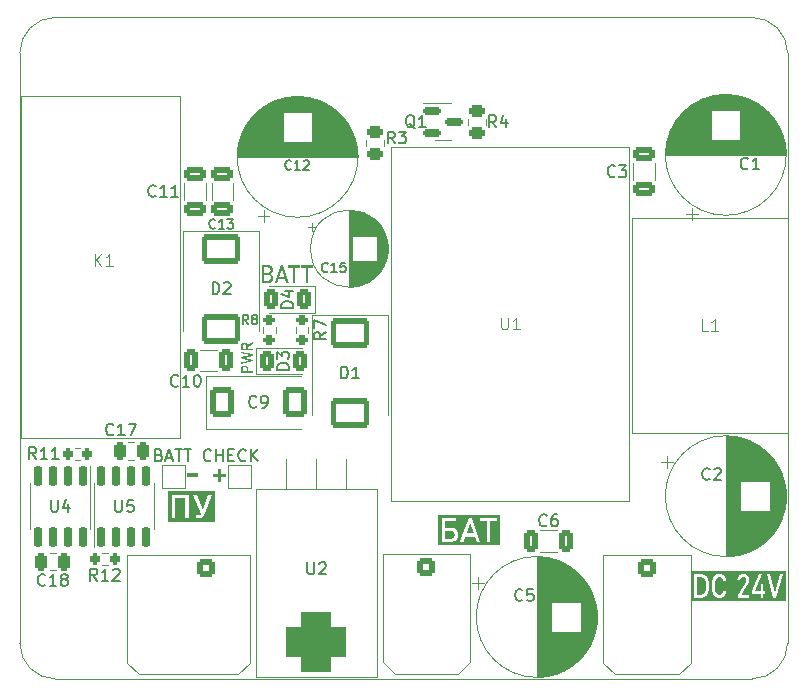
<source format=gto>
G04 #@! TF.GenerationSoftware,KiCad,Pcbnew,7.0.6*
G04 #@! TF.CreationDate,2023-08-28T17:59:06+03:00*
G04 #@! TF.ProjectId,power_sheld,706f7765-725f-4736-9865-6c642e6b6963,rev?*
G04 #@! TF.SameCoordinates,Original*
G04 #@! TF.FileFunction,Legend,Top*
G04 #@! TF.FilePolarity,Positive*
%FSLAX46Y46*%
G04 Gerber Fmt 4.6, Leading zero omitted, Abs format (unit mm)*
G04 Created by KiCad (PCBNEW 7.0.6) date 2023-08-28 17:59:06*
%MOMM*%
%LPD*%
G01*
G04 APERTURE LIST*
G04 Aperture macros list*
%AMRoundRect*
0 Rectangle with rounded corners*
0 $1 Rounding radius*
0 $2 $3 $4 $5 $6 $7 $8 $9 X,Y pos of 4 corners*
0 Add a 4 corners polygon primitive as box body*
4,1,4,$2,$3,$4,$5,$6,$7,$8,$9,$2,$3,0*
0 Add four circle primitives for the rounded corners*
1,1,$1+$1,$2,$3*
1,1,$1+$1,$4,$5*
1,1,$1+$1,$6,$7*
1,1,$1+$1,$8,$9*
0 Add four rect primitives between the rounded corners*
20,1,$1+$1,$2,$3,$4,$5,0*
20,1,$1+$1,$4,$5,$6,$7,0*
20,1,$1+$1,$6,$7,$8,$9,0*
20,1,$1+$1,$8,$9,$2,$3,0*%
G04 Aperture macros list end*
%ADD10C,0.150000*%
%ADD11C,0.125000*%
%ADD12C,0.100000*%
%ADD13C,0.120000*%
%ADD14C,0.800000*%
%ADD15C,5.400000*%
%ADD16RoundRect,0.200000X0.275000X-0.200000X0.275000X0.200000X-0.275000X0.200000X-0.275000X-0.200000X0*%
%ADD17R,2.000000X2.000000*%
%ADD18C,2.000000*%
%ADD19R,1.500000X1.500000*%
%ADD20RoundRect,0.250000X-0.375000X-0.625000X0.375000X-0.625000X0.375000X0.625000X-0.375000X0.625000X0*%
%ADD21RoundRect,0.200000X0.200000X0.275000X-0.200000X0.275000X-0.200000X-0.275000X0.200000X-0.275000X0*%
%ADD22RoundRect,0.250000X0.450000X-0.262500X0.450000X0.262500X-0.450000X0.262500X-0.450000X-0.262500X0*%
%ADD23RoundRect,0.250000X0.650000X-0.325000X0.650000X0.325000X-0.650000X0.325000X-0.650000X-0.325000X0*%
%ADD24RoundRect,0.150000X-0.587500X-0.150000X0.587500X-0.150000X0.587500X0.150000X-0.587500X0.150000X0*%
%ADD25C,3.000000*%
%ADD26RoundRect,0.250001X0.499999X0.499999X-0.499999X0.499999X-0.499999X-0.499999X0.499999X-0.499999X0*%
%ADD27C,1.500000*%
%ADD28RoundRect,0.250000X-0.325000X-0.650000X0.325000X-0.650000X0.325000X0.650000X-0.325000X0.650000X0*%
%ADD29RoundRect,0.250000X-0.250000X-0.475000X0.250000X-0.475000X0.250000X0.475000X-0.250000X0.475000X0*%
%ADD30RoundRect,0.150000X0.150000X-0.725000X0.150000X0.725000X-0.150000X0.725000X-0.150000X-0.725000X0*%
%ADD31RoundRect,0.250000X0.375000X0.625000X-0.375000X0.625000X-0.375000X-0.625000X0.375000X-0.625000X0*%
%ADD32C,2.400000*%
%ADD33RoundRect,0.150000X-0.150000X0.725000X-0.150000X-0.725000X0.150000X-0.725000X0.150000X0.725000X0*%
%ADD34R,1.905000X2.000000*%
%ADD35O,1.905000X2.000000*%
%ADD36RoundRect,1.250000X1.250000X1.250000X-1.250000X1.250000X-1.250000X-1.250000X1.250000X-1.250000X0*%
%ADD37RoundRect,0.250000X-1.400000X-1.000000X1.400000X-1.000000X1.400000X1.000000X-1.400000X1.000000X0*%
%ADD38RoundRect,0.250000X0.325000X0.650000X-0.325000X0.650000X-0.325000X-0.650000X0.325000X-0.650000X0*%
%ADD39RoundRect,0.250000X-0.787500X-1.025000X0.787500X-1.025000X0.787500X1.025000X-0.787500X1.025000X0*%
%ADD40RoundRect,0.250000X0.250000X0.475000X-0.250000X0.475000X-0.250000X-0.475000X0.250000X-0.475000X0*%
%ADD41RoundRect,0.200000X-0.275000X0.200000X-0.275000X-0.200000X0.275000X-0.200000X0.275000X0.200000X0*%
%ADD42R,1.600000X1.600000*%
%ADD43C,1.600000*%
%ADD44R,1.700000X1.700000*%
%ADD45O,1.700000X1.700000*%
G04 #@! TA.AperFunction,Profile*
%ADD46C,0.100000*%
G04 #@! TD*
G04 APERTURE END LIST*
D10*
G36*
X129508164Y-107186336D02*
G01*
X129508164Y-107452561D01*
X128392463Y-107452561D01*
X128392463Y-107186336D01*
X129508164Y-107186336D01*
G37*
G36*
X129090509Y-107877055D02*
G01*
X128810118Y-107877055D01*
X128810118Y-106761842D01*
X129090509Y-106761842D01*
X129090509Y-107877055D01*
G37*
D11*
G36*
X131279274Y-98593705D02*
G01*
X131279274Y-98306402D01*
X131278942Y-98296339D01*
X131277946Y-98286591D01*
X131276286Y-98277159D01*
X131273961Y-98268044D01*
X131270973Y-98259244D01*
X131267321Y-98250761D01*
X131263005Y-98242593D01*
X131258025Y-98234741D01*
X131252434Y-98227213D01*
X131246286Y-98220123D01*
X131239580Y-98213474D01*
X131232318Y-98207264D01*
X131224498Y-98201494D01*
X131216122Y-98196163D01*
X131207188Y-98191272D01*
X131197697Y-98186821D01*
X131187686Y-98182802D01*
X131177318Y-98179320D01*
X131166590Y-98176373D01*
X131155504Y-98173961D01*
X131144059Y-98172086D01*
X131132255Y-98170747D01*
X131120092Y-98169943D01*
X131107571Y-98169675D01*
X131094882Y-98169943D01*
X131082582Y-98170747D01*
X131070671Y-98172086D01*
X131059150Y-98173961D01*
X131048018Y-98176373D01*
X131037275Y-98179320D01*
X131026921Y-98182802D01*
X131016957Y-98186821D01*
X131007405Y-98191272D01*
X130998410Y-98196163D01*
X130989972Y-98201494D01*
X130982091Y-98207264D01*
X130974768Y-98213474D01*
X130968002Y-98220123D01*
X130961792Y-98227213D01*
X130956140Y-98234741D01*
X130951046Y-98242593D01*
X130946630Y-98250761D01*
X130942894Y-98259244D01*
X130939837Y-98268044D01*
X130937460Y-98277159D01*
X130935761Y-98286591D01*
X130934742Y-98296339D01*
X130934403Y-98306402D01*
X130934403Y-98593705D01*
X130801290Y-98593705D01*
X130801290Y-98310579D01*
X130801439Y-98300624D01*
X130801886Y-98290819D01*
X130802630Y-98281163D01*
X130803672Y-98271657D01*
X130805011Y-98262300D01*
X130806649Y-98253093D01*
X130808583Y-98244035D01*
X130810816Y-98235126D01*
X130813346Y-98226367D01*
X130816174Y-98217757D01*
X130819300Y-98209296D01*
X130822723Y-98200985D01*
X130826444Y-98192824D01*
X130832583Y-98180861D01*
X130839392Y-98169235D01*
X130846811Y-98157980D01*
X130854780Y-98147211D01*
X130863298Y-98136928D01*
X130872365Y-98127133D01*
X130881982Y-98117825D01*
X130892149Y-98109003D01*
X130902865Y-98100669D01*
X130914131Y-98092821D01*
X130925946Y-98085460D01*
X130938311Y-98078586D01*
X130946859Y-98074274D01*
X130955616Y-98070174D01*
X130964544Y-98066340D01*
X130973644Y-98062769D01*
X130982916Y-98059463D01*
X130992359Y-98056422D01*
X131001974Y-98053645D01*
X131011761Y-98051133D01*
X131021720Y-98048885D01*
X131031850Y-98046901D01*
X131042152Y-98045182D01*
X131052626Y-98043728D01*
X131063271Y-98042537D01*
X131074089Y-98041612D01*
X131085078Y-98040951D01*
X131096239Y-98040554D01*
X131107571Y-98040422D01*
X131118903Y-98040554D01*
X131130060Y-98040951D01*
X131141045Y-98041612D01*
X131151855Y-98042537D01*
X131162492Y-98043728D01*
X131172956Y-98045182D01*
X131183245Y-98046901D01*
X131193361Y-98048885D01*
X131203304Y-98051133D01*
X131213072Y-98053645D01*
X131222668Y-98056422D01*
X131232089Y-98059463D01*
X131241337Y-98062769D01*
X131250411Y-98066340D01*
X131259312Y-98070174D01*
X131268039Y-98074274D01*
X131280680Y-98080823D01*
X131292777Y-98087860D01*
X131304328Y-98095383D01*
X131315334Y-98103393D01*
X131325795Y-98111890D01*
X131335710Y-98120874D01*
X131345080Y-98130344D01*
X131353905Y-98140302D01*
X131362185Y-98150746D01*
X131369919Y-98161677D01*
X131374773Y-98169235D01*
X131381538Y-98180861D01*
X131387638Y-98192824D01*
X131391335Y-98200985D01*
X131394737Y-98209296D01*
X131397842Y-98217757D01*
X131400652Y-98226367D01*
X131403166Y-98235126D01*
X131405384Y-98244035D01*
X131407307Y-98253093D01*
X131408933Y-98262300D01*
X131410264Y-98271657D01*
X131411299Y-98281163D01*
X131412039Y-98290819D01*
X131412482Y-98300624D01*
X131412630Y-98310579D01*
X131412630Y-98593705D01*
X131279274Y-98593705D01*
G37*
G36*
X130801290Y-98658771D02*
G01*
X130801290Y-98532595D01*
X131800000Y-98532595D01*
X131800000Y-98658771D01*
X130801290Y-98658771D01*
G37*
G36*
X130801290Y-97431304D02*
G01*
X130801290Y-97344916D01*
X131584333Y-97160708D01*
X130801290Y-97001779D01*
X130801290Y-96870547D01*
X131800000Y-97090146D01*
X131800000Y-97218740D01*
X131101953Y-97384483D01*
X131800000Y-97557480D01*
X131800000Y-97686074D01*
X130801290Y-97905673D01*
X130801290Y-97774441D01*
X131584333Y-97615732D01*
X130801290Y-97431304D01*
G37*
G36*
X131244347Y-96685020D02*
G01*
X131244347Y-96378374D01*
X131244046Y-96369543D01*
X131242821Y-96358862D01*
X131240654Y-96348579D01*
X131237545Y-96338692D01*
X131233493Y-96329203D01*
X131228500Y-96320111D01*
X131225052Y-96314846D01*
X131218629Y-96306433D01*
X131211418Y-96298643D01*
X131203421Y-96291475D01*
X131194636Y-96284930D01*
X131185064Y-96279007D01*
X131174705Y-96273707D01*
X131170341Y-96271762D01*
X131161324Y-96268207D01*
X131151977Y-96265126D01*
X131142303Y-96262519D01*
X131132301Y-96260386D01*
X131121970Y-96258727D01*
X131111311Y-96257542D01*
X131100324Y-96256831D01*
X131089009Y-96256594D01*
X131077693Y-96256831D01*
X131066706Y-96257542D01*
X131056047Y-96258727D01*
X131045717Y-96260386D01*
X131035714Y-96262519D01*
X131026040Y-96265126D01*
X131016694Y-96268207D01*
X131007676Y-96271762D01*
X130997002Y-96276802D01*
X130987115Y-96282443D01*
X130978016Y-96288686D01*
X130969704Y-96295529D01*
X130962178Y-96302974D01*
X130955440Y-96311020D01*
X130952965Y-96314406D01*
X130947407Y-96323213D01*
X130942790Y-96332460D01*
X130939116Y-96342147D01*
X130936384Y-96352274D01*
X130934593Y-96362840D01*
X130933840Y-96371611D01*
X130933670Y-96378374D01*
X130933670Y-96685020D01*
X130800558Y-96685020D01*
X130800558Y-96383429D01*
X130800697Y-96373775D01*
X130801115Y-96364267D01*
X130801811Y-96354905D01*
X130802786Y-96345689D01*
X130804040Y-96336619D01*
X130805572Y-96327695D01*
X130807383Y-96318917D01*
X130809473Y-96310285D01*
X130813129Y-96297610D01*
X130817412Y-96285264D01*
X130822323Y-96273246D01*
X130827860Y-96261557D01*
X130834023Y-96250196D01*
X130836217Y-96246482D01*
X130843167Y-96235631D01*
X130850646Y-96225251D01*
X130858652Y-96215342D01*
X130867186Y-96205905D01*
X130876249Y-96196940D01*
X130885840Y-96188445D01*
X130895958Y-96180422D01*
X130906605Y-96172871D01*
X130917780Y-96165791D01*
X130929483Y-96159182D01*
X130937578Y-96155038D01*
X130950032Y-96149224D01*
X130962846Y-96143982D01*
X130976020Y-96139311D01*
X130989556Y-96135213D01*
X131003452Y-96131686D01*
X131017709Y-96128732D01*
X131027414Y-96127080D01*
X131037279Y-96125682D01*
X131047304Y-96124538D01*
X131057490Y-96123648D01*
X131067836Y-96123013D01*
X131078342Y-96122632D01*
X131089009Y-96122505D01*
X131099676Y-96122633D01*
X131110185Y-96123016D01*
X131120536Y-96123656D01*
X131130728Y-96124552D01*
X131140762Y-96125703D01*
X131150638Y-96127111D01*
X131160355Y-96128774D01*
X131169914Y-96130693D01*
X131183955Y-96134051D01*
X131197640Y-96137986D01*
X131210969Y-96142496D01*
X131223941Y-96147581D01*
X131236557Y-96153243D01*
X131240683Y-96155258D01*
X131252695Y-96161631D01*
X131264182Y-96168467D01*
X131275146Y-96175768D01*
X131285586Y-96183532D01*
X131295502Y-96191760D01*
X131304894Y-96200451D01*
X131313763Y-96209606D01*
X131322108Y-96219225D01*
X131329929Y-96229307D01*
X131337226Y-96239853D01*
X131341800Y-96247142D01*
X131348173Y-96258350D01*
X131353919Y-96269883D01*
X131359038Y-96281740D01*
X131363530Y-96293922D01*
X131367395Y-96306428D01*
X131370634Y-96319260D01*
X131372445Y-96327994D01*
X131373977Y-96336872D01*
X131375231Y-96345895D01*
X131376206Y-96355062D01*
X131376902Y-96364374D01*
X131377320Y-96373829D01*
X131377459Y-96383429D01*
X131377459Y-96685020D01*
X131244347Y-96685020D01*
G37*
G36*
X130800558Y-96740195D02*
G01*
X130800558Y-96614019D01*
X131800000Y-96614019D01*
X131800000Y-96740195D01*
X130800558Y-96740195D01*
G37*
G36*
X131346685Y-96440362D02*
G01*
X131314933Y-96314846D01*
X131800000Y-96084696D01*
X131800000Y-96234392D01*
X131346685Y-96440362D01*
G37*
D10*
X123860112Y-105626009D02*
X124002969Y-105673628D01*
X124002969Y-105673628D02*
X124050588Y-105721247D01*
X124050588Y-105721247D02*
X124098207Y-105816485D01*
X124098207Y-105816485D02*
X124098207Y-105959342D01*
X124098207Y-105959342D02*
X124050588Y-106054580D01*
X124050588Y-106054580D02*
X124002969Y-106102200D01*
X124002969Y-106102200D02*
X123907731Y-106149819D01*
X123907731Y-106149819D02*
X123526779Y-106149819D01*
X123526779Y-106149819D02*
X123526779Y-105149819D01*
X123526779Y-105149819D02*
X123860112Y-105149819D01*
X123860112Y-105149819D02*
X123955350Y-105197438D01*
X123955350Y-105197438D02*
X124002969Y-105245057D01*
X124002969Y-105245057D02*
X124050588Y-105340295D01*
X124050588Y-105340295D02*
X124050588Y-105435533D01*
X124050588Y-105435533D02*
X124002969Y-105530771D01*
X124002969Y-105530771D02*
X123955350Y-105578390D01*
X123955350Y-105578390D02*
X123860112Y-105626009D01*
X123860112Y-105626009D02*
X123526779Y-105626009D01*
X124479160Y-105864104D02*
X124955350Y-105864104D01*
X124383922Y-106149819D02*
X124717255Y-105149819D01*
X124717255Y-105149819D02*
X125050588Y-106149819D01*
X125241065Y-105149819D02*
X125812493Y-105149819D01*
X125526779Y-106149819D02*
X125526779Y-105149819D01*
X126002970Y-105149819D02*
X126574398Y-105149819D01*
X126288684Y-106149819D02*
X126288684Y-105149819D01*
X128241065Y-106054580D02*
X128193446Y-106102200D01*
X128193446Y-106102200D02*
X128050589Y-106149819D01*
X128050589Y-106149819D02*
X127955351Y-106149819D01*
X127955351Y-106149819D02*
X127812494Y-106102200D01*
X127812494Y-106102200D02*
X127717256Y-106006961D01*
X127717256Y-106006961D02*
X127669637Y-105911723D01*
X127669637Y-105911723D02*
X127622018Y-105721247D01*
X127622018Y-105721247D02*
X127622018Y-105578390D01*
X127622018Y-105578390D02*
X127669637Y-105387914D01*
X127669637Y-105387914D02*
X127717256Y-105292676D01*
X127717256Y-105292676D02*
X127812494Y-105197438D01*
X127812494Y-105197438D02*
X127955351Y-105149819D01*
X127955351Y-105149819D02*
X128050589Y-105149819D01*
X128050589Y-105149819D02*
X128193446Y-105197438D01*
X128193446Y-105197438D02*
X128241065Y-105245057D01*
X128669637Y-106149819D02*
X128669637Y-105149819D01*
X128669637Y-105626009D02*
X129241065Y-105626009D01*
X129241065Y-106149819D02*
X129241065Y-105149819D01*
X129717256Y-105626009D02*
X130050589Y-105626009D01*
X130193446Y-106149819D02*
X129717256Y-106149819D01*
X129717256Y-106149819D02*
X129717256Y-105149819D01*
X129717256Y-105149819D02*
X130193446Y-105149819D01*
X131193446Y-106054580D02*
X131145827Y-106102200D01*
X131145827Y-106102200D02*
X131002970Y-106149819D01*
X131002970Y-106149819D02*
X130907732Y-106149819D01*
X130907732Y-106149819D02*
X130764875Y-106102200D01*
X130764875Y-106102200D02*
X130669637Y-106006961D01*
X130669637Y-106006961D02*
X130622018Y-105911723D01*
X130622018Y-105911723D02*
X130574399Y-105721247D01*
X130574399Y-105721247D02*
X130574399Y-105578390D01*
X130574399Y-105578390D02*
X130622018Y-105387914D01*
X130622018Y-105387914D02*
X130669637Y-105292676D01*
X130669637Y-105292676D02*
X130764875Y-105197438D01*
X130764875Y-105197438D02*
X130907732Y-105149819D01*
X130907732Y-105149819D02*
X131002970Y-105149819D01*
X131002970Y-105149819D02*
X131145827Y-105197438D01*
X131145827Y-105197438D02*
X131193446Y-105245057D01*
X131622018Y-106149819D02*
X131622018Y-105149819D01*
X132193446Y-106149819D02*
X131764875Y-105578390D01*
X132193446Y-105149819D02*
X131622018Y-105721247D01*
G36*
X148603831Y-112031999D02*
G01*
X148626561Y-112033831D01*
X148648405Y-112036884D01*
X148669364Y-112041158D01*
X148689438Y-112046653D01*
X148708627Y-112053370D01*
X148726929Y-112061308D01*
X148744347Y-112070467D01*
X148760933Y-112080786D01*
X148780226Y-112095231D01*
X148797922Y-112111393D01*
X148814020Y-112129272D01*
X148828519Y-112148869D01*
X148838968Y-112165783D01*
X148848394Y-112183796D01*
X148856752Y-112202847D01*
X148863995Y-112222875D01*
X148870124Y-112243879D01*
X148875139Y-112265861D01*
X148879039Y-112288820D01*
X148881825Y-112312756D01*
X148883497Y-112337669D01*
X148884054Y-112363558D01*
X148883497Y-112389219D01*
X148881825Y-112413934D01*
X148879039Y-112437701D01*
X148875139Y-112460523D01*
X148870124Y-112482398D01*
X148863995Y-112503326D01*
X148856752Y-112523309D01*
X148848394Y-112542344D01*
X148841421Y-112555953D01*
X148831227Y-112573122D01*
X148817047Y-112593017D01*
X148801269Y-112611171D01*
X148783893Y-112627583D01*
X148764919Y-112642254D01*
X148744347Y-112655184D01*
X148726929Y-112664115D01*
X148708627Y-112671854D01*
X148689438Y-112678403D01*
X148669364Y-112683761D01*
X148648405Y-112687928D01*
X148626561Y-112690905D01*
X148603831Y-112692691D01*
X148580216Y-112693286D01*
X148077564Y-112693286D01*
X148077564Y-112031388D01*
X148580216Y-112031388D01*
X148603831Y-112031999D01*
G37*
G36*
X150515313Y-112255115D02*
G01*
X149892297Y-112255115D01*
X150203942Y-111348485D01*
X150515313Y-112255115D01*
G37*
G36*
X152717151Y-113245714D02*
G01*
X147511459Y-113245714D01*
X147511459Y-110962581D01*
X147797173Y-110962581D01*
X147797173Y-112031388D01*
X147797173Y-112960000D01*
X147941765Y-112960000D01*
X148570935Y-112960000D01*
X149348115Y-112960000D01*
X149650000Y-112960000D01*
X149800617Y-112521828D01*
X150606912Y-112521828D01*
X150757397Y-112960000D01*
X151059769Y-112960000D01*
X150323133Y-110962581D01*
X151022156Y-110962581D01*
X151022156Y-111228806D01*
X151586845Y-111228806D01*
X151586845Y-112960000D01*
X151866748Y-112960000D01*
X151866748Y-111228806D01*
X152431437Y-111228806D01*
X152431437Y-110962581D01*
X151022156Y-110962581D01*
X150323133Y-110962581D01*
X150084263Y-110962581D01*
X149607900Y-112255115D01*
X149348115Y-112960000D01*
X148570935Y-112960000D01*
X148582726Y-112959931D01*
X148605987Y-112959386D01*
X148628816Y-112958294D01*
X148651214Y-112956657D01*
X148673180Y-112954474D01*
X148694716Y-112951745D01*
X148715820Y-112948471D01*
X148736493Y-112944651D01*
X148756734Y-112940285D01*
X148776545Y-112935373D01*
X148795924Y-112929916D01*
X148814872Y-112923913D01*
X148842485Y-112913885D01*
X148869128Y-112902630D01*
X148894801Y-112890146D01*
X148911403Y-112881105D01*
X148935370Y-112866614D01*
X148958212Y-112851006D01*
X148979929Y-112834282D01*
X149000522Y-112816442D01*
X149019989Y-112797485D01*
X149038331Y-112777413D01*
X149055549Y-112756224D01*
X149071642Y-112733918D01*
X149086610Y-112710497D01*
X149100453Y-112685959D01*
X149109030Y-112669015D01*
X149120858Y-112642797D01*
X149131441Y-112615617D01*
X149137805Y-112596963D01*
X149143615Y-112577882D01*
X149148872Y-112558373D01*
X149153576Y-112538436D01*
X149157726Y-112518073D01*
X149161323Y-112497281D01*
X149164366Y-112476063D01*
X149166857Y-112454417D01*
X149168793Y-112432343D01*
X149170177Y-112409842D01*
X149171007Y-112386914D01*
X149171284Y-112363558D01*
X149171007Y-112340083D01*
X149170177Y-112317038D01*
X149168793Y-112294424D01*
X149166857Y-112272242D01*
X149164366Y-112250491D01*
X149161323Y-112229171D01*
X149157726Y-112208283D01*
X149153576Y-112187826D01*
X149148872Y-112167800D01*
X149143615Y-112148205D01*
X149137805Y-112129041D01*
X149131441Y-112110309D01*
X149124524Y-112092008D01*
X149113111Y-112065365D01*
X149100453Y-112039692D01*
X149091349Y-112023093D01*
X149076756Y-111999147D01*
X149061038Y-111976342D01*
X149044196Y-111954679D01*
X149026228Y-111934159D01*
X149007136Y-111914780D01*
X148986918Y-111896543D01*
X148965576Y-111879449D01*
X148943109Y-111863496D01*
X148919517Y-111848685D01*
X148894801Y-111835017D01*
X148869128Y-111822446D01*
X148842485Y-111811112D01*
X148824184Y-111804242D01*
X148805452Y-111797923D01*
X148786288Y-111792152D01*
X148766693Y-111786932D01*
X148746667Y-111782260D01*
X148726210Y-111778139D01*
X148705322Y-111774567D01*
X148684002Y-111771544D01*
X148662251Y-111769071D01*
X148640069Y-111767148D01*
X148617455Y-111765774D01*
X148594411Y-111764950D01*
X148570935Y-111764675D01*
X148077564Y-111764675D01*
X148077564Y-111228806D01*
X149025715Y-111228806D01*
X149025715Y-110962581D01*
X148077564Y-110962581D01*
X147797173Y-110962581D01*
X147511459Y-110962581D01*
X147511459Y-110676867D01*
X152717151Y-110676867D01*
X152717151Y-113245714D01*
G37*
G36*
X169751774Y-115969255D02*
G01*
X169774950Y-115970600D01*
X169797441Y-115972842D01*
X169819248Y-115975981D01*
X169840371Y-115980017D01*
X169860809Y-115984949D01*
X169880562Y-115990779D01*
X169899631Y-115997505D01*
X169918015Y-116005128D01*
X169935715Y-116013648D01*
X169952730Y-116023064D01*
X169969061Y-116033378D01*
X169984707Y-116044588D01*
X169999668Y-116056695D01*
X170013945Y-116069699D01*
X170027538Y-116083600D01*
X170040426Y-116098316D01*
X170052482Y-116113764D01*
X170063707Y-116129945D01*
X170074100Y-116146859D01*
X170083662Y-116164506D01*
X170092393Y-116182885D01*
X170100292Y-116201997D01*
X170107359Y-116221842D01*
X170113596Y-116242419D01*
X170119000Y-116263729D01*
X170123573Y-116285772D01*
X170127315Y-116308548D01*
X170130225Y-116332056D01*
X170132304Y-116356297D01*
X170133551Y-116381271D01*
X170133967Y-116406978D01*
X170133967Y-116995115D01*
X170133551Y-117020880D01*
X170132304Y-117045910D01*
X170130225Y-117070202D01*
X170127315Y-117093758D01*
X170123573Y-117116578D01*
X170119000Y-117138661D01*
X170113596Y-117160007D01*
X170107359Y-117180617D01*
X170100292Y-117200490D01*
X170092393Y-117219627D01*
X170083662Y-117238028D01*
X170074100Y-117255691D01*
X170063707Y-117272618D01*
X170052482Y-117288809D01*
X170040426Y-117304263D01*
X170027538Y-117318981D01*
X170013945Y-117332822D01*
X169999668Y-117345771D01*
X169984707Y-117357827D01*
X169969061Y-117368989D01*
X169952730Y-117379259D01*
X169935715Y-117388636D01*
X169918015Y-117397119D01*
X169899631Y-117404710D01*
X169880562Y-117411407D01*
X169860809Y-117417212D01*
X169840371Y-117422124D01*
X169819248Y-117426142D01*
X169797441Y-117429268D01*
X169774950Y-117431500D01*
X169751774Y-117432840D01*
X169727913Y-117433286D01*
X169411618Y-117433286D01*
X169411618Y-115968806D01*
X169727913Y-115968806D01*
X169751774Y-115969255D01*
G37*
G36*
X176961847Y-118006230D02*
G01*
X168880563Y-118006230D01*
X168880563Y-115702581D01*
X169166277Y-115702581D01*
X169166277Y-115968806D01*
X169166277Y-117700000D01*
X169332117Y-117700000D01*
X169719364Y-117700000D01*
X169745414Y-117699673D01*
X169770989Y-117698694D01*
X169796091Y-117697063D01*
X169820718Y-117694779D01*
X169844870Y-117691842D01*
X169868549Y-117688253D01*
X169891754Y-117684011D01*
X169914484Y-117679117D01*
X169936740Y-117673570D01*
X169958522Y-117667370D01*
X169979830Y-117660518D01*
X170000664Y-117653013D01*
X170021023Y-117644856D01*
X170040908Y-117636046D01*
X170060319Y-117626584D01*
X170079256Y-117616468D01*
X170097727Y-117605666D01*
X170115634Y-117594265D01*
X170132977Y-117582265D01*
X170149755Y-117569665D01*
X170165968Y-117556467D01*
X170181618Y-117542669D01*
X170196703Y-117528272D01*
X170211224Y-117513276D01*
X170225180Y-117497681D01*
X170238572Y-117481486D01*
X170251400Y-117464693D01*
X170263663Y-117447300D01*
X170275363Y-117429308D01*
X170286497Y-117410717D01*
X170297068Y-117391527D01*
X170307074Y-117371737D01*
X170316546Y-117351391D01*
X170325406Y-117330529D01*
X170333656Y-117309152D01*
X170341295Y-117287260D01*
X170348322Y-117264852D01*
X170354738Y-117241930D01*
X170360544Y-117218492D01*
X170365738Y-117194539D01*
X170370321Y-117170071D01*
X170374293Y-117145087D01*
X170377654Y-117119589D01*
X170380404Y-117093575D01*
X170382543Y-117067046D01*
X170384070Y-117040002D01*
X170384987Y-117012443D01*
X170385293Y-116984368D01*
X170385293Y-116976064D01*
X170689619Y-116976064D01*
X170689915Y-117003638D01*
X170690801Y-117030797D01*
X170692279Y-117057540D01*
X170694348Y-117083866D01*
X170697007Y-117109777D01*
X170700258Y-117135272D01*
X170704100Y-117160351D01*
X170708533Y-117185013D01*
X170713557Y-117209260D01*
X170719172Y-117233091D01*
X170725378Y-117256506D01*
X170732175Y-117279505D01*
X170739563Y-117302088D01*
X170747542Y-117324255D01*
X170756112Y-117346006D01*
X170765273Y-117367341D01*
X170774972Y-117388168D01*
X170785155Y-117408396D01*
X170795823Y-117428026D01*
X170806974Y-117447056D01*
X170818610Y-117465486D01*
X170830730Y-117483318D01*
X170843334Y-117500550D01*
X170856422Y-117517184D01*
X170869994Y-117533218D01*
X170884051Y-117548653D01*
X170898592Y-117563489D01*
X170913617Y-117577725D01*
X170929126Y-117591363D01*
X170945119Y-117604401D01*
X170961597Y-117616841D01*
X170978558Y-117628681D01*
X170995934Y-117639801D01*
X171013654Y-117650204D01*
X171031718Y-117659890D01*
X171050125Y-117668859D01*
X171068877Y-117677109D01*
X171087973Y-117684643D01*
X171107412Y-117691459D01*
X171127196Y-117697557D01*
X171147323Y-117702938D01*
X171167794Y-117707602D01*
X171188609Y-117711548D01*
X171209769Y-117714776D01*
X171231272Y-117717287D01*
X171253119Y-117719081D01*
X171275310Y-117720157D01*
X171297845Y-117720516D01*
X171316401Y-117720230D01*
X171334777Y-117719371D01*
X171352973Y-117717940D01*
X171370988Y-117715936D01*
X171388823Y-117713360D01*
X171406478Y-117710212D01*
X171423952Y-117706491D01*
X171441246Y-117702198D01*
X171458360Y-117697332D01*
X171475293Y-117691894D01*
X171492046Y-117685883D01*
X171508619Y-117679300D01*
X171525011Y-117672144D01*
X171541223Y-117664416D01*
X171557255Y-117656116D01*
X171573107Y-117647243D01*
X171588709Y-117637786D01*
X171603995Y-117627856D01*
X171618963Y-117617453D01*
X171633614Y-117606577D01*
X171647948Y-117595227D01*
X171661964Y-117583404D01*
X171675664Y-117571108D01*
X171689046Y-117558339D01*
X171702110Y-117545096D01*
X171714858Y-117531380D01*
X171727288Y-117517191D01*
X171739402Y-117502529D01*
X171751198Y-117487394D01*
X171762676Y-117471785D01*
X171773838Y-117455703D01*
X171784682Y-117439148D01*
X171795151Y-117422129D01*
X171805185Y-117404779D01*
X171814785Y-117387096D01*
X171823952Y-117369081D01*
X171832684Y-117350734D01*
X171840982Y-117332055D01*
X171848846Y-117313044D01*
X171856276Y-117293702D01*
X171863271Y-117274027D01*
X171869833Y-117254020D01*
X171875961Y-117233681D01*
X171881654Y-117213010D01*
X171886913Y-117192007D01*
X171891739Y-117170672D01*
X171896130Y-117149005D01*
X171900087Y-117127006D01*
X171648761Y-117127006D01*
X171642617Y-117151621D01*
X171635511Y-117175396D01*
X171627443Y-117198332D01*
X171618414Y-117220429D01*
X171608423Y-117241685D01*
X171597470Y-117262103D01*
X171585555Y-117281680D01*
X171572679Y-117300418D01*
X171559035Y-117318057D01*
X171544816Y-117334582D01*
X171530024Y-117349992D01*
X171514656Y-117364288D01*
X171498715Y-117377469D01*
X171482199Y-117389536D01*
X171465108Y-117400489D01*
X171447444Y-117410327D01*
X171429492Y-117418914D01*
X171411326Y-117426356D01*
X171392947Y-117432653D01*
X171374354Y-117437805D01*
X171355547Y-117441812D01*
X171336527Y-117444674D01*
X171317293Y-117446391D01*
X171297845Y-117446964D01*
X171284590Y-117446737D01*
X171265089Y-117445545D01*
X171246046Y-117443331D01*
X171227462Y-117440095D01*
X171209336Y-117435838D01*
X171191669Y-117430558D01*
X171174459Y-117424257D01*
X171157708Y-117416934D01*
X171141416Y-117408589D01*
X171125581Y-117399223D01*
X171110205Y-117388834D01*
X171100301Y-117381318D01*
X171085971Y-117369335D01*
X171072271Y-117356502D01*
X171059203Y-117342820D01*
X171046766Y-117328287D01*
X171034960Y-117312904D01*
X171023785Y-117296671D01*
X171013242Y-117279587D01*
X171003329Y-117261654D01*
X170994048Y-117242871D01*
X170985397Y-117223237D01*
X170980014Y-117209735D01*
X170972591Y-117188996D01*
X170965949Y-117167672D01*
X170960089Y-117145765D01*
X170955010Y-117123273D01*
X170950712Y-117100198D01*
X170947196Y-117076539D01*
X170944461Y-117052296D01*
X170942508Y-117027469D01*
X170941336Y-117002058D01*
X170940945Y-116976064D01*
X170940945Y-116427983D01*
X170941119Y-116410413D01*
X170942030Y-116384572D01*
X170943723Y-116359351D01*
X170946198Y-116334747D01*
X170949453Y-116310761D01*
X170953491Y-116287394D01*
X170958309Y-116264645D01*
X170963909Y-116242515D01*
X170970290Y-116221002D01*
X170977453Y-116200108D01*
X170985397Y-116179832D01*
X170991094Y-116166706D01*
X171000165Y-116147711D01*
X171009867Y-116129549D01*
X171020201Y-116112219D01*
X171031165Y-116095723D01*
X171042761Y-116080059D01*
X171054987Y-116065229D01*
X171067845Y-116051231D01*
X171081334Y-116038066D01*
X171095454Y-116025734D01*
X171110205Y-116014235D01*
X171120405Y-116007078D01*
X171136087Y-115997208D01*
X171152227Y-115988376D01*
X171168825Y-115980584D01*
X171185881Y-115973830D01*
X171203396Y-115968116D01*
X171221369Y-115963440D01*
X171239801Y-115959804D01*
X171258690Y-115957207D01*
X171278039Y-115955648D01*
X171297845Y-115955129D01*
X171317006Y-115955754D01*
X171336019Y-115957632D01*
X171354886Y-115960761D01*
X171373606Y-115965143D01*
X171392179Y-115970775D01*
X171410605Y-115977660D01*
X171428884Y-115985796D01*
X171447016Y-115995184D01*
X171464781Y-116005611D01*
X171481958Y-116017105D01*
X171498548Y-116029668D01*
X171514549Y-116043300D01*
X171529963Y-116058001D01*
X171544790Y-116073770D01*
X171559028Y-116090607D01*
X171572679Y-116108513D01*
X171585555Y-116127144D01*
X171597470Y-116146401D01*
X171608423Y-116166284D01*
X171618414Y-116186793D01*
X171627443Y-116207928D01*
X171635511Y-116229688D01*
X171642617Y-116252074D01*
X171648761Y-116275087D01*
X171900087Y-116275087D01*
X171896131Y-116253147D01*
X171891745Y-116231535D01*
X171890436Y-116225750D01*
X172812639Y-116225750D01*
X173066530Y-116225750D01*
X173066530Y-116224284D01*
X173067488Y-116216100D01*
X173070964Y-116192250D01*
X173075342Y-116169457D01*
X173080621Y-116147720D01*
X173086802Y-116127039D01*
X173093885Y-116107414D01*
X173101869Y-116088845D01*
X173110755Y-116071333D01*
X173120542Y-116054877D01*
X173131231Y-116039476D01*
X173146885Y-116020586D01*
X173155325Y-116011831D01*
X173173157Y-115996016D01*
X173192258Y-115982461D01*
X173212627Y-115971165D01*
X173228737Y-115964175D01*
X173245560Y-115958456D01*
X173263098Y-115954009D01*
X173281349Y-115950831D01*
X173300314Y-115948925D01*
X173319993Y-115948290D01*
X173327021Y-115948354D01*
X173347495Y-115949320D01*
X173367052Y-115951445D01*
X173385692Y-115954730D01*
X173403416Y-115959173D01*
X173420224Y-115964776D01*
X173441208Y-115974050D01*
X173460562Y-115985384D01*
X173478287Y-115998779D01*
X173494382Y-116014235D01*
X173508808Y-116031561D01*
X173521310Y-116050566D01*
X173531888Y-116071251D01*
X173540544Y-116093614D01*
X173547276Y-116117657D01*
X173551062Y-116136791D01*
X173553767Y-116156869D01*
X173555390Y-116177892D01*
X173555931Y-116199860D01*
X173555931Y-116202302D01*
X173555672Y-116216327D01*
X173554088Y-116240160D01*
X173551784Y-116259638D01*
X173548558Y-116279483D01*
X173544411Y-116299694D01*
X173539342Y-116320272D01*
X173533351Y-116341215D01*
X173526439Y-116362526D01*
X173518698Y-116383920D01*
X173510223Y-116405116D01*
X173501014Y-116426113D01*
X173491069Y-116446912D01*
X173480390Y-116467512D01*
X173468977Y-116487914D01*
X173456829Y-116508117D01*
X173443946Y-116528122D01*
X172834438Y-117456734D01*
X172834438Y-117700000D01*
X173820080Y-117700000D01*
X173820080Y-117433286D01*
X173158853Y-117433286D01*
X173184345Y-117393719D01*
X174030373Y-117393719D01*
X174783923Y-117393719D01*
X174783923Y-117701465D01*
X175023281Y-117701465D01*
X175023281Y-117393719D01*
X175154073Y-117393719D01*
X175154073Y-117133845D01*
X175023281Y-117133845D01*
X175023281Y-116525191D01*
X174783923Y-116525191D01*
X174783923Y-117133845D01*
X174297086Y-117133845D01*
X174869408Y-115703558D01*
X174616800Y-115703558D01*
X174030373Y-117150453D01*
X174030373Y-117393719D01*
X173184345Y-117393719D01*
X173664924Y-116647801D01*
X173673408Y-116634337D01*
X173685688Y-116614027D01*
X173697435Y-116593579D01*
X173708649Y-116572994D01*
X173719329Y-116552272D01*
X173729476Y-116531412D01*
X173739089Y-116510415D01*
X173748169Y-116489280D01*
X173756716Y-116468008D01*
X173764729Y-116446599D01*
X173772208Y-116425052D01*
X173776866Y-116410678D01*
X173783290Y-116389253D01*
X173789038Y-116367991D01*
X173794110Y-116346892D01*
X173798505Y-116325956D01*
X173802224Y-116305183D01*
X173805267Y-116284574D01*
X173807634Y-116264128D01*
X173809324Y-116243845D01*
X173810338Y-116223725D01*
X173810676Y-116203768D01*
X173810676Y-116202302D01*
X173810620Y-116192060D01*
X173810169Y-116171857D01*
X173809268Y-116152027D01*
X173807070Y-116122984D01*
X173803858Y-116094783D01*
X173799632Y-116067423D01*
X173794391Y-116040905D01*
X173788136Y-116015228D01*
X173780867Y-115990392D01*
X173772584Y-115966398D01*
X173763286Y-115943246D01*
X173752974Y-115920935D01*
X173745554Y-115906559D01*
X173733648Y-115885810D01*
X173720810Y-115866041D01*
X173707041Y-115847251D01*
X173692340Y-115829439D01*
X173676707Y-115812606D01*
X173660143Y-115796752D01*
X173642647Y-115781877D01*
X173624219Y-115767981D01*
X173604860Y-115755064D01*
X173584569Y-115743126D01*
X173577605Y-115739339D01*
X173556185Y-115728700D01*
X173533968Y-115719143D01*
X173510955Y-115710668D01*
X173487145Y-115703275D01*
X173484439Y-115702581D01*
X175303244Y-115702581D01*
X175873429Y-117700000D01*
X176106376Y-117700000D01*
X176676133Y-115702581D01*
X176409420Y-115702581D01*
X175989689Y-117268667D01*
X175570385Y-115702581D01*
X175303244Y-115702581D01*
X173484439Y-115702581D01*
X173462539Y-115696964D01*
X173445692Y-115693358D01*
X173428492Y-115690232D01*
X173410937Y-115687587D01*
X173393029Y-115685423D01*
X173374766Y-115683740D01*
X173356150Y-115682538D01*
X173337180Y-115681817D01*
X173317855Y-115681577D01*
X173300672Y-115681827D01*
X173275372Y-115683139D01*
X173250643Y-115685576D01*
X173226485Y-115689138D01*
X173202898Y-115693825D01*
X173179882Y-115699637D01*
X173157437Y-115706573D01*
X173135564Y-115714635D01*
X173114261Y-115723821D01*
X173093529Y-115734132D01*
X173073368Y-115745568D01*
X173060323Y-115753792D01*
X173041326Y-115766973D01*
X173023012Y-115781167D01*
X173005382Y-115796374D01*
X172988436Y-115812594D01*
X172972173Y-115829827D01*
X172956594Y-115848074D01*
X172941699Y-115867334D01*
X172927488Y-115887607D01*
X172913960Y-115908893D01*
X172901116Y-115931193D01*
X172889008Y-115954437D01*
X172877689Y-115978557D01*
X172867160Y-116003553D01*
X172857419Y-116029424D01*
X172848466Y-116056172D01*
X172840303Y-116083795D01*
X172835299Y-116102697D01*
X172830646Y-116121988D01*
X172826343Y-116141669D01*
X172822391Y-116161739D01*
X172818790Y-116182198D01*
X172815539Y-116203047D01*
X172812639Y-116224284D01*
X172812639Y-116225750D01*
X171890436Y-116225750D01*
X171886928Y-116210252D01*
X171881681Y-116189296D01*
X171876002Y-116168669D01*
X171869893Y-116148370D01*
X171863353Y-116128400D01*
X171856383Y-116108757D01*
X171848981Y-116089443D01*
X171841149Y-116070457D01*
X171832886Y-116051799D01*
X171824192Y-116033469D01*
X171815068Y-116015468D01*
X171805512Y-115997795D01*
X171795526Y-115980450D01*
X171785109Y-115963433D01*
X171774369Y-115946821D01*
X171763304Y-115930689D01*
X171751916Y-115915038D01*
X171740203Y-115899869D01*
X171728167Y-115885180D01*
X171715806Y-115870972D01*
X171703122Y-115857244D01*
X171690114Y-115843998D01*
X171676782Y-115831233D01*
X171663126Y-115818948D01*
X171649147Y-115807144D01*
X171634843Y-115795821D01*
X171620215Y-115784979D01*
X171605264Y-115774618D01*
X171589988Y-115764737D01*
X171574389Y-115755338D01*
X171558532Y-115746406D01*
X171542486Y-115738050D01*
X171526248Y-115730271D01*
X171509821Y-115723067D01*
X171493203Y-115716440D01*
X171476395Y-115710390D01*
X171459397Y-115704915D01*
X171442208Y-115700017D01*
X171424829Y-115695695D01*
X171407259Y-115691949D01*
X171389499Y-115688780D01*
X171371549Y-115686187D01*
X171353409Y-115684170D01*
X171335078Y-115682729D01*
X171316556Y-115681865D01*
X171297845Y-115681577D01*
X171275310Y-115681939D01*
X171253119Y-115683027D01*
X171231272Y-115684840D01*
X171209769Y-115687377D01*
X171188609Y-115690640D01*
X171167794Y-115694628D01*
X171147323Y-115699341D01*
X171127196Y-115704780D01*
X171107412Y-115710943D01*
X171087973Y-115717831D01*
X171068877Y-115725445D01*
X171050125Y-115733784D01*
X171031718Y-115742847D01*
X171013654Y-115752636D01*
X170995934Y-115763150D01*
X170978558Y-115774389D01*
X170961597Y-115786288D01*
X170945119Y-115798783D01*
X170929126Y-115811873D01*
X170913617Y-115825558D01*
X170898592Y-115839838D01*
X170884051Y-115854714D01*
X170869994Y-115870186D01*
X170856422Y-115886252D01*
X170843334Y-115902914D01*
X170830730Y-115920171D01*
X170818610Y-115938024D01*
X170806974Y-115956472D01*
X170795823Y-115975515D01*
X170785155Y-115995154D01*
X170774972Y-116015388D01*
X170765273Y-116036217D01*
X170756112Y-116057554D01*
X170747542Y-116079311D01*
X170739563Y-116101487D01*
X170732175Y-116124084D01*
X170725378Y-116147100D01*
X170719172Y-116170536D01*
X170713557Y-116194391D01*
X170708533Y-116218667D01*
X170704100Y-116243362D01*
X170700258Y-116268477D01*
X170697007Y-116294012D01*
X170694348Y-116319966D01*
X170692279Y-116346341D01*
X170690801Y-116373135D01*
X170689915Y-116400349D01*
X170689619Y-116427983D01*
X170689619Y-116976064D01*
X170385293Y-116976064D01*
X170385293Y-116418213D01*
X170384987Y-116390138D01*
X170384070Y-116362579D01*
X170382543Y-116335535D01*
X170380404Y-116309006D01*
X170377654Y-116282992D01*
X170374293Y-116257494D01*
X170370321Y-116232510D01*
X170365738Y-116208042D01*
X170360544Y-116184089D01*
X170354738Y-116160651D01*
X170348322Y-116137729D01*
X170341295Y-116115321D01*
X170333656Y-116093429D01*
X170325406Y-116072052D01*
X170316546Y-116051190D01*
X170307074Y-116030844D01*
X170297071Y-116011056D01*
X170286511Y-115991872D01*
X170275393Y-115973290D01*
X170263717Y-115955312D01*
X170251484Y-115937936D01*
X170238693Y-115921164D01*
X170225344Y-115904994D01*
X170211437Y-115889427D01*
X170196973Y-115874464D01*
X170181952Y-115860103D01*
X170166373Y-115846345D01*
X170150236Y-115833190D01*
X170133541Y-115820639D01*
X170116289Y-115808690D01*
X170098479Y-115797344D01*
X170080111Y-115786601D01*
X170061226Y-115776427D01*
X170041863Y-115766909D01*
X170022023Y-115758048D01*
X170001705Y-115749842D01*
X169980910Y-115742294D01*
X169959637Y-115735402D01*
X169937887Y-115729166D01*
X169915659Y-115723586D01*
X169892954Y-115718663D01*
X169869771Y-115714397D01*
X169846111Y-115710787D01*
X169821973Y-115707833D01*
X169797358Y-115705535D01*
X169772265Y-115703894D01*
X169746695Y-115702910D01*
X169720647Y-115702581D01*
X169411618Y-115702581D01*
X169166277Y-115702581D01*
X168880563Y-115702581D01*
X168880563Y-115395863D01*
X176961847Y-115395863D01*
X176961847Y-118006230D01*
G37*
G36*
X127183056Y-107181011D02*
G01*
X127183056Y-107447236D01*
X126259818Y-107447236D01*
X126259818Y-107181011D01*
X127183056Y-107181011D01*
G37*
G36*
X128605651Y-111266230D02*
G01*
X124651459Y-111266230D01*
X124651459Y-108962581D01*
X124937173Y-108962581D01*
X124937173Y-110960000D01*
X125217564Y-110960000D01*
X125217564Y-109228806D01*
X126071926Y-109228806D01*
X126071926Y-110960000D01*
X126352316Y-110960000D01*
X126352316Y-108962581D01*
X126726496Y-108962581D01*
X127435861Y-110583304D01*
X127434312Y-110585819D01*
X127424733Y-110599917D01*
X127412266Y-110616315D01*
X127399250Y-110631354D01*
X127382907Y-110647605D01*
X127365773Y-110661899D01*
X127347850Y-110674235D01*
X127341746Y-110677903D01*
X127322724Y-110687486D01*
X127302637Y-110694939D01*
X127281485Y-110700262D01*
X127259268Y-110703457D01*
X127235987Y-110704521D01*
X127003956Y-110704521D01*
X127003956Y-110980516D01*
X127235987Y-110980516D01*
X127251493Y-110980325D01*
X127274279Y-110979323D01*
X127296498Y-110977463D01*
X127318151Y-110974744D01*
X127339237Y-110971166D01*
X127359756Y-110966730D01*
X127379709Y-110961434D01*
X127399094Y-110955281D01*
X127417914Y-110948268D01*
X127436166Y-110940397D01*
X127453852Y-110931667D01*
X127465356Y-110925380D01*
X127482247Y-110915269D01*
X127498701Y-110904343D01*
X127514716Y-110892600D01*
X127530294Y-110880042D01*
X127545434Y-110866669D01*
X127560135Y-110852479D01*
X127574399Y-110837474D01*
X127588225Y-110821653D01*
X127601613Y-110805016D01*
X127614563Y-110787564D01*
X127622995Y-110775459D01*
X127635436Y-110756557D01*
X127647628Y-110736762D01*
X127659570Y-110716073D01*
X127671264Y-110694492D01*
X127682709Y-110672018D01*
X127693904Y-110648651D01*
X127704851Y-110624391D01*
X127715548Y-110599238D01*
X127725997Y-110573191D01*
X127736196Y-110546252D01*
X128319937Y-108962581D01*
X128015122Y-108962581D01*
X127571056Y-110244681D01*
X127044989Y-108962581D01*
X126726496Y-108962581D01*
X126352316Y-108962581D01*
X126220425Y-108962581D01*
X125217564Y-108962581D01*
X124937173Y-108962581D01*
X124651459Y-108962581D01*
X124651459Y-108676867D01*
X128605651Y-108676867D01*
X128605651Y-111266230D01*
G37*
G36*
X132648597Y-90850094D02*
G01*
X133027466Y-90850094D01*
X133045786Y-90849858D01*
X133063472Y-90849149D01*
X133080524Y-90847969D01*
X133096944Y-90846316D01*
X133112731Y-90844190D01*
X133127885Y-90841593D01*
X133142405Y-90838523D01*
X133156292Y-90834981D01*
X133169546Y-90830967D01*
X133188241Y-90824060D01*
X133205510Y-90816091D01*
X133221355Y-90807058D01*
X133235776Y-90796964D01*
X133244598Y-90789644D01*
X133256820Y-90777806D01*
X133267839Y-90765099D01*
X133277657Y-90751522D01*
X133286272Y-90737076D01*
X133293685Y-90721761D01*
X133299896Y-90705576D01*
X133304905Y-90688522D01*
X133308712Y-90670598D01*
X133311317Y-90651805D01*
X133312719Y-90632143D01*
X133312986Y-90618551D01*
X133312986Y-90615254D01*
X133312602Y-90596541D01*
X133311448Y-90578503D01*
X133309524Y-90561141D01*
X133306831Y-90544454D01*
X133303369Y-90528443D01*
X133299138Y-90513107D01*
X133294137Y-90498447D01*
X133288367Y-90484462D01*
X133281848Y-90471210D01*
X133274433Y-90458748D01*
X133266119Y-90447076D01*
X133256908Y-90436194D01*
X133246799Y-90426101D01*
X133235793Y-90416799D01*
X133223890Y-90408287D01*
X133211088Y-90400565D01*
X133197378Y-90393695D01*
X133182750Y-90387742D01*
X133167202Y-90382704D01*
X133150736Y-90378583D01*
X133133350Y-90375377D01*
X133119708Y-90373574D01*
X133105549Y-90372286D01*
X133090873Y-90371513D01*
X133075680Y-90371256D01*
X132648597Y-90371256D01*
X132648597Y-90181479D01*
X133075680Y-90181479D01*
X133095538Y-90180999D01*
X133114465Y-90179560D01*
X133132460Y-90177161D01*
X133149523Y-90173802D01*
X133165655Y-90169484D01*
X133180854Y-90164207D01*
X133195123Y-90157970D01*
X133208459Y-90150773D01*
X133220864Y-90142617D01*
X133232338Y-90133501D01*
X133239469Y-90126891D01*
X133249369Y-90116192D01*
X133258295Y-90104565D01*
X133266247Y-90092012D01*
X133273225Y-90078531D01*
X133279230Y-90064122D01*
X133284261Y-90048786D01*
X133288318Y-90032523D01*
X133291401Y-90015333D01*
X133293511Y-89997215D01*
X133294647Y-89978170D01*
X133294863Y-89964958D01*
X133294322Y-89944433D01*
X133292700Y-89924901D01*
X133289995Y-89906360D01*
X133286208Y-89888811D01*
X133281339Y-89872254D01*
X133275389Y-89856688D01*
X133268356Y-89842115D01*
X133260242Y-89828533D01*
X133251046Y-89815943D01*
X133240767Y-89804344D01*
X133233314Y-89797163D01*
X133221233Y-89787211D01*
X133208069Y-89778238D01*
X133193824Y-89770244D01*
X133178497Y-89763228D01*
X133162088Y-89757192D01*
X133144597Y-89752134D01*
X133126024Y-89748056D01*
X133106369Y-89744956D01*
X133092665Y-89743433D01*
X133078480Y-89742346D01*
X133063814Y-89741693D01*
X133048667Y-89741475D01*
X132648597Y-89741475D01*
X132648597Y-89546936D01*
X133084228Y-89546936D01*
X133100982Y-89547129D01*
X133117391Y-89547709D01*
X133133456Y-89548675D01*
X133149176Y-89550027D01*
X133164551Y-89551766D01*
X133179582Y-89553891D01*
X133194268Y-89556403D01*
X133208609Y-89559301D01*
X133222606Y-89562585D01*
X133236258Y-89566256D01*
X133249566Y-89570313D01*
X133268881Y-89577123D01*
X133287421Y-89584803D01*
X133305185Y-89593352D01*
X133310935Y-89596395D01*
X133327708Y-89606033D01*
X133343665Y-89616398D01*
X133358804Y-89627491D01*
X133373125Y-89639311D01*
X133386629Y-89651860D01*
X133399315Y-89665136D01*
X133411184Y-89679139D01*
X133422236Y-89693871D01*
X133432470Y-89709330D01*
X133441887Y-89725517D01*
X133447711Y-89736713D01*
X133455777Y-89753989D01*
X133463050Y-89771884D01*
X133469529Y-89790397D01*
X133475215Y-89809528D01*
X133480108Y-89829277D01*
X133484207Y-89849644D01*
X133487513Y-89870630D01*
X133490026Y-89892234D01*
X133491260Y-89906980D01*
X133492141Y-89922001D01*
X133492670Y-89937297D01*
X133492847Y-89952868D01*
X133492409Y-89972039D01*
X133491094Y-89990901D01*
X133488904Y-90009454D01*
X133485837Y-90027698D01*
X133481894Y-90045632D01*
X133477075Y-90063258D01*
X133471379Y-90080574D01*
X133464808Y-90097581D01*
X133457418Y-90114131D01*
X133449100Y-90130073D01*
X133439851Y-90145409D01*
X133429673Y-90160138D01*
X133418566Y-90174260D01*
X133406528Y-90187776D01*
X133393561Y-90200684D01*
X133379665Y-90212986D01*
X133364961Y-90224492D01*
X133353373Y-90232476D01*
X133341303Y-90239905D01*
X133328753Y-90246781D01*
X133315722Y-90253103D01*
X133302210Y-90258871D01*
X133288217Y-90264085D01*
X133273743Y-90268746D01*
X133258789Y-90272852D01*
X133243353Y-90276405D01*
X133238101Y-90277466D01*
X133253736Y-90280274D01*
X133268968Y-90283752D01*
X133283797Y-90287899D01*
X133298224Y-90292716D01*
X133312248Y-90298203D01*
X133325869Y-90304360D01*
X133339088Y-90311186D01*
X133351903Y-90318682D01*
X133364316Y-90326848D01*
X133376327Y-90335684D01*
X133384110Y-90341946D01*
X133395398Y-90351717D01*
X133406181Y-90361932D01*
X133416459Y-90372591D01*
X133426232Y-90383695D01*
X133435501Y-90395243D01*
X133444264Y-90407235D01*
X133452523Y-90419672D01*
X133460277Y-90432553D01*
X133467526Y-90445878D01*
X133474270Y-90459648D01*
X133478485Y-90469075D01*
X133484352Y-90483473D01*
X133489641Y-90498089D01*
X133494353Y-90512925D01*
X133498489Y-90527979D01*
X133502047Y-90543253D01*
X133505028Y-90558745D01*
X133507433Y-90574457D01*
X133509260Y-90590387D01*
X133510510Y-90606537D01*
X133511183Y-90622905D01*
X133511311Y-90633939D01*
X133511311Y-90636870D01*
X133511115Y-90651961D01*
X133510526Y-90666826D01*
X133509544Y-90681465D01*
X133507335Y-90702999D01*
X133504243Y-90724024D01*
X133500267Y-90744541D01*
X133495407Y-90764549D01*
X133489664Y-90784048D01*
X133483037Y-90803039D01*
X133475527Y-90821521D01*
X133467133Y-90839493D01*
X133461046Y-90851193D01*
X133451304Y-90868202D01*
X133440798Y-90884470D01*
X133429529Y-90899998D01*
X133417497Y-90914786D01*
X133404701Y-90928832D01*
X133391142Y-90942138D01*
X133376820Y-90954704D01*
X133361734Y-90966529D01*
X133345885Y-90977613D01*
X133329272Y-90987957D01*
X133317773Y-90994441D01*
X133300003Y-91003477D01*
X133281697Y-91011623D01*
X133262857Y-91018881D01*
X133243482Y-91025250D01*
X133223571Y-91030731D01*
X133210001Y-91033891D01*
X133196192Y-91036655D01*
X133182146Y-91039025D01*
X133167862Y-91041000D01*
X133153340Y-91042580D01*
X133138580Y-91043765D01*
X133123583Y-91044555D01*
X133108348Y-91044950D01*
X133100642Y-91045000D01*
X132648597Y-91045000D01*
X132648597Y-90850094D01*
G37*
G36*
X132533021Y-89546936D02*
G01*
X132728269Y-89546936D01*
X132728269Y-91045000D01*
X132533021Y-91045000D01*
X132533021Y-89546936D01*
G37*
G36*
X134150397Y-89546936D02*
G01*
X134317606Y-89546936D01*
X134833251Y-91045000D01*
X134621591Y-91045000D01*
X134234173Y-89836364D01*
X133846413Y-91045000D01*
X133635094Y-91045000D01*
X134150397Y-89546936D01*
G37*
G36*
X133872400Y-90516336D02*
G01*
X134608255Y-90516336D01*
X134608255Y-90716371D01*
X133872400Y-90716371D01*
X133872400Y-90516336D01*
G37*
G36*
X135202205Y-89669302D02*
G01*
X135398136Y-89669302D01*
X135398136Y-91045000D01*
X135202205Y-91045000D01*
X135202205Y-89669302D01*
G37*
G36*
X134806922Y-89546936D02*
G01*
X135793419Y-89546936D01*
X135793419Y-89746605D01*
X134806922Y-89746605D01*
X134806922Y-89546936D01*
G37*
G36*
X136289574Y-89669302D02*
G01*
X136485505Y-89669302D01*
X136485505Y-91045000D01*
X136289574Y-91045000D01*
X136289574Y-89669302D01*
G37*
G36*
X135894291Y-89546936D02*
G01*
X136880788Y-89546936D01*
X136880788Y-89746605D01*
X135894291Y-89746605D01*
X135894291Y-89546936D01*
G37*
X137974819Y-95206666D02*
X137498628Y-95539999D01*
X137974819Y-95778094D02*
X136974819Y-95778094D01*
X136974819Y-95778094D02*
X136974819Y-95397142D01*
X136974819Y-95397142D02*
X137022438Y-95301904D01*
X137022438Y-95301904D02*
X137070057Y-95254285D01*
X137070057Y-95254285D02*
X137165295Y-95206666D01*
X137165295Y-95206666D02*
X137308152Y-95206666D01*
X137308152Y-95206666D02*
X137403390Y-95254285D01*
X137403390Y-95254285D02*
X137451009Y-95301904D01*
X137451009Y-95301904D02*
X137498628Y-95397142D01*
X137498628Y-95397142D02*
X137498628Y-95778094D01*
X136974819Y-94873332D02*
X136974819Y-94206666D01*
X136974819Y-94206666D02*
X137974819Y-94635237D01*
X135035714Y-81386104D02*
X134997618Y-81424200D01*
X134997618Y-81424200D02*
X134883333Y-81462295D01*
X134883333Y-81462295D02*
X134807142Y-81462295D01*
X134807142Y-81462295D02*
X134692856Y-81424200D01*
X134692856Y-81424200D02*
X134616666Y-81348009D01*
X134616666Y-81348009D02*
X134578571Y-81271819D01*
X134578571Y-81271819D02*
X134540475Y-81119438D01*
X134540475Y-81119438D02*
X134540475Y-81005152D01*
X134540475Y-81005152D02*
X134578571Y-80852771D01*
X134578571Y-80852771D02*
X134616666Y-80776580D01*
X134616666Y-80776580D02*
X134692856Y-80700390D01*
X134692856Y-80700390D02*
X134807142Y-80662295D01*
X134807142Y-80662295D02*
X134883333Y-80662295D01*
X134883333Y-80662295D02*
X134997618Y-80700390D01*
X134997618Y-80700390D02*
X135035714Y-80738485D01*
X135797618Y-81462295D02*
X135340475Y-81462295D01*
X135569047Y-81462295D02*
X135569047Y-80662295D01*
X135569047Y-80662295D02*
X135492856Y-80776580D01*
X135492856Y-80776580D02*
X135416666Y-80852771D01*
X135416666Y-80852771D02*
X135340475Y-80890866D01*
X136102380Y-80738485D02*
X136140476Y-80700390D01*
X136140476Y-80700390D02*
X136216666Y-80662295D01*
X136216666Y-80662295D02*
X136407142Y-80662295D01*
X136407142Y-80662295D02*
X136483333Y-80700390D01*
X136483333Y-80700390D02*
X136521428Y-80738485D01*
X136521428Y-80738485D02*
X136559523Y-80814676D01*
X136559523Y-80814676D02*
X136559523Y-80890866D01*
X136559523Y-80890866D02*
X136521428Y-81005152D01*
X136521428Y-81005152D02*
X136064285Y-81462295D01*
X136064285Y-81462295D02*
X136559523Y-81462295D01*
X134844819Y-98388094D02*
X133844819Y-98388094D01*
X133844819Y-98388094D02*
X133844819Y-98149999D01*
X133844819Y-98149999D02*
X133892438Y-98007142D01*
X133892438Y-98007142D02*
X133987676Y-97911904D01*
X133987676Y-97911904D02*
X134082914Y-97864285D01*
X134082914Y-97864285D02*
X134273390Y-97816666D01*
X134273390Y-97816666D02*
X134416247Y-97816666D01*
X134416247Y-97816666D02*
X134606723Y-97864285D01*
X134606723Y-97864285D02*
X134701961Y-97911904D01*
X134701961Y-97911904D02*
X134797200Y-98007142D01*
X134797200Y-98007142D02*
X134844819Y-98149999D01*
X134844819Y-98149999D02*
X134844819Y-98388094D01*
X133844819Y-97483332D02*
X133844819Y-96864285D01*
X133844819Y-96864285D02*
X134225771Y-97197618D01*
X134225771Y-97197618D02*
X134225771Y-97054761D01*
X134225771Y-97054761D02*
X134273390Y-96959523D01*
X134273390Y-96959523D02*
X134321009Y-96911904D01*
X134321009Y-96911904D02*
X134416247Y-96864285D01*
X134416247Y-96864285D02*
X134654342Y-96864285D01*
X134654342Y-96864285D02*
X134749580Y-96911904D01*
X134749580Y-96911904D02*
X134797200Y-96959523D01*
X134797200Y-96959523D02*
X134844819Y-97054761D01*
X134844819Y-97054761D02*
X134844819Y-97340475D01*
X134844819Y-97340475D02*
X134797200Y-97435713D01*
X134797200Y-97435713D02*
X134749580Y-97483332D01*
X113457142Y-105964819D02*
X113123809Y-105488628D01*
X112885714Y-105964819D02*
X112885714Y-104964819D01*
X112885714Y-104964819D02*
X113266666Y-104964819D01*
X113266666Y-104964819D02*
X113361904Y-105012438D01*
X113361904Y-105012438D02*
X113409523Y-105060057D01*
X113409523Y-105060057D02*
X113457142Y-105155295D01*
X113457142Y-105155295D02*
X113457142Y-105298152D01*
X113457142Y-105298152D02*
X113409523Y-105393390D01*
X113409523Y-105393390D02*
X113361904Y-105441009D01*
X113361904Y-105441009D02*
X113266666Y-105488628D01*
X113266666Y-105488628D02*
X112885714Y-105488628D01*
X114409523Y-105964819D02*
X113838095Y-105964819D01*
X114123809Y-105964819D02*
X114123809Y-104964819D01*
X114123809Y-104964819D02*
X114028571Y-105107676D01*
X114028571Y-105107676D02*
X113933333Y-105202914D01*
X113933333Y-105202914D02*
X113838095Y-105250533D01*
X115361904Y-105964819D02*
X114790476Y-105964819D01*
X115076190Y-105964819D02*
X115076190Y-104964819D01*
X115076190Y-104964819D02*
X114980952Y-105107676D01*
X114980952Y-105107676D02*
X114885714Y-105202914D01*
X114885714Y-105202914D02*
X114790476Y-105250533D01*
X143813333Y-79234819D02*
X143480000Y-78758628D01*
X143241905Y-79234819D02*
X143241905Y-78234819D01*
X143241905Y-78234819D02*
X143622857Y-78234819D01*
X143622857Y-78234819D02*
X143718095Y-78282438D01*
X143718095Y-78282438D02*
X143765714Y-78330057D01*
X143765714Y-78330057D02*
X143813333Y-78425295D01*
X143813333Y-78425295D02*
X143813333Y-78568152D01*
X143813333Y-78568152D02*
X143765714Y-78663390D01*
X143765714Y-78663390D02*
X143718095Y-78711009D01*
X143718095Y-78711009D02*
X143622857Y-78758628D01*
X143622857Y-78758628D02*
X143241905Y-78758628D01*
X144146667Y-78234819D02*
X144765714Y-78234819D01*
X144765714Y-78234819D02*
X144432381Y-78615771D01*
X144432381Y-78615771D02*
X144575238Y-78615771D01*
X144575238Y-78615771D02*
X144670476Y-78663390D01*
X144670476Y-78663390D02*
X144718095Y-78711009D01*
X144718095Y-78711009D02*
X144765714Y-78806247D01*
X144765714Y-78806247D02*
X144765714Y-79044342D01*
X144765714Y-79044342D02*
X144718095Y-79139580D01*
X144718095Y-79139580D02*
X144670476Y-79187200D01*
X144670476Y-79187200D02*
X144575238Y-79234819D01*
X144575238Y-79234819D02*
X144289524Y-79234819D01*
X144289524Y-79234819D02*
X144194286Y-79187200D01*
X144194286Y-79187200D02*
X144146667Y-79139580D01*
X128615714Y-86366104D02*
X128577618Y-86404200D01*
X128577618Y-86404200D02*
X128463333Y-86442295D01*
X128463333Y-86442295D02*
X128387142Y-86442295D01*
X128387142Y-86442295D02*
X128272856Y-86404200D01*
X128272856Y-86404200D02*
X128196666Y-86328009D01*
X128196666Y-86328009D02*
X128158571Y-86251819D01*
X128158571Y-86251819D02*
X128120475Y-86099438D01*
X128120475Y-86099438D02*
X128120475Y-85985152D01*
X128120475Y-85985152D02*
X128158571Y-85832771D01*
X128158571Y-85832771D02*
X128196666Y-85756580D01*
X128196666Y-85756580D02*
X128272856Y-85680390D01*
X128272856Y-85680390D02*
X128387142Y-85642295D01*
X128387142Y-85642295D02*
X128463333Y-85642295D01*
X128463333Y-85642295D02*
X128577618Y-85680390D01*
X128577618Y-85680390D02*
X128615714Y-85718485D01*
X129377618Y-86442295D02*
X128920475Y-86442295D01*
X129149047Y-86442295D02*
X129149047Y-85642295D01*
X129149047Y-85642295D02*
X129072856Y-85756580D01*
X129072856Y-85756580D02*
X128996666Y-85832771D01*
X128996666Y-85832771D02*
X128920475Y-85870866D01*
X129644285Y-85642295D02*
X130139523Y-85642295D01*
X130139523Y-85642295D02*
X129872857Y-85947057D01*
X129872857Y-85947057D02*
X129987142Y-85947057D01*
X129987142Y-85947057D02*
X130063333Y-85985152D01*
X130063333Y-85985152D02*
X130101428Y-86023247D01*
X130101428Y-86023247D02*
X130139523Y-86099438D01*
X130139523Y-86099438D02*
X130139523Y-86289914D01*
X130139523Y-86289914D02*
X130101428Y-86366104D01*
X130101428Y-86366104D02*
X130063333Y-86404200D01*
X130063333Y-86404200D02*
X129987142Y-86442295D01*
X129987142Y-86442295D02*
X129758571Y-86442295D01*
X129758571Y-86442295D02*
X129682380Y-86404200D01*
X129682380Y-86404200D02*
X129644285Y-86366104D01*
X173723333Y-81339580D02*
X173675714Y-81387200D01*
X173675714Y-81387200D02*
X173532857Y-81434819D01*
X173532857Y-81434819D02*
X173437619Y-81434819D01*
X173437619Y-81434819D02*
X173294762Y-81387200D01*
X173294762Y-81387200D02*
X173199524Y-81291961D01*
X173199524Y-81291961D02*
X173151905Y-81196723D01*
X173151905Y-81196723D02*
X173104286Y-81006247D01*
X173104286Y-81006247D02*
X173104286Y-80863390D01*
X173104286Y-80863390D02*
X173151905Y-80672914D01*
X173151905Y-80672914D02*
X173199524Y-80577676D01*
X173199524Y-80577676D02*
X173294762Y-80482438D01*
X173294762Y-80482438D02*
X173437619Y-80434819D01*
X173437619Y-80434819D02*
X173532857Y-80434819D01*
X173532857Y-80434819D02*
X173675714Y-80482438D01*
X173675714Y-80482438D02*
X173723333Y-80530057D01*
X174675714Y-81434819D02*
X174104286Y-81434819D01*
X174390000Y-81434819D02*
X174390000Y-80434819D01*
X174390000Y-80434819D02*
X174294762Y-80577676D01*
X174294762Y-80577676D02*
X174199524Y-80672914D01*
X174199524Y-80672914D02*
X174104286Y-80720533D01*
X145514761Y-77950057D02*
X145419523Y-77902438D01*
X145419523Y-77902438D02*
X145324285Y-77807200D01*
X145324285Y-77807200D02*
X145181428Y-77664342D01*
X145181428Y-77664342D02*
X145086190Y-77616723D01*
X145086190Y-77616723D02*
X144990952Y-77616723D01*
X145038571Y-77854819D02*
X144943333Y-77807200D01*
X144943333Y-77807200D02*
X144848095Y-77711961D01*
X144848095Y-77711961D02*
X144800476Y-77521485D01*
X144800476Y-77521485D02*
X144800476Y-77188152D01*
X144800476Y-77188152D02*
X144848095Y-76997676D01*
X144848095Y-76997676D02*
X144943333Y-76902438D01*
X144943333Y-76902438D02*
X145038571Y-76854819D01*
X145038571Y-76854819D02*
X145229047Y-76854819D01*
X145229047Y-76854819D02*
X145324285Y-76902438D01*
X145324285Y-76902438D02*
X145419523Y-76997676D01*
X145419523Y-76997676D02*
X145467142Y-77188152D01*
X145467142Y-77188152D02*
X145467142Y-77521485D01*
X145467142Y-77521485D02*
X145419523Y-77711961D01*
X145419523Y-77711961D02*
X145324285Y-77807200D01*
X145324285Y-77807200D02*
X145229047Y-77854819D01*
X145229047Y-77854819D02*
X145038571Y-77854819D01*
X146419523Y-77854819D02*
X145848095Y-77854819D01*
X146133809Y-77854819D02*
X146133809Y-76854819D01*
X146133809Y-76854819D02*
X146038571Y-76997676D01*
X146038571Y-76997676D02*
X145943333Y-77092914D01*
X145943333Y-77092914D02*
X145848095Y-77140533D01*
D12*
X152818095Y-93977419D02*
X152818095Y-94786942D01*
X152818095Y-94786942D02*
X152865714Y-94882180D01*
X152865714Y-94882180D02*
X152913333Y-94929800D01*
X152913333Y-94929800D02*
X153008571Y-94977419D01*
X153008571Y-94977419D02*
X153199047Y-94977419D01*
X153199047Y-94977419D02*
X153294285Y-94929800D01*
X153294285Y-94929800D02*
X153341904Y-94882180D01*
X153341904Y-94882180D02*
X153389523Y-94786942D01*
X153389523Y-94786942D02*
X153389523Y-93977419D01*
X154389523Y-94977419D02*
X153818095Y-94977419D01*
X154103809Y-94977419D02*
X154103809Y-93977419D01*
X154103809Y-93977419D02*
X154008571Y-94120276D01*
X154008571Y-94120276D02*
X153913333Y-94215514D01*
X153913333Y-94215514D02*
X153818095Y-94263133D01*
D10*
X170473333Y-107639580D02*
X170425714Y-107687200D01*
X170425714Y-107687200D02*
X170282857Y-107734819D01*
X170282857Y-107734819D02*
X170187619Y-107734819D01*
X170187619Y-107734819D02*
X170044762Y-107687200D01*
X170044762Y-107687200D02*
X169949524Y-107591961D01*
X169949524Y-107591961D02*
X169901905Y-107496723D01*
X169901905Y-107496723D02*
X169854286Y-107306247D01*
X169854286Y-107306247D02*
X169854286Y-107163390D01*
X169854286Y-107163390D02*
X169901905Y-106972914D01*
X169901905Y-106972914D02*
X169949524Y-106877676D01*
X169949524Y-106877676D02*
X170044762Y-106782438D01*
X170044762Y-106782438D02*
X170187619Y-106734819D01*
X170187619Y-106734819D02*
X170282857Y-106734819D01*
X170282857Y-106734819D02*
X170425714Y-106782438D01*
X170425714Y-106782438D02*
X170473333Y-106830057D01*
X170854286Y-106830057D02*
X170901905Y-106782438D01*
X170901905Y-106782438D02*
X170997143Y-106734819D01*
X170997143Y-106734819D02*
X171235238Y-106734819D01*
X171235238Y-106734819D02*
X171330476Y-106782438D01*
X171330476Y-106782438D02*
X171378095Y-106830057D01*
X171378095Y-106830057D02*
X171425714Y-106925295D01*
X171425714Y-106925295D02*
X171425714Y-107020533D01*
X171425714Y-107020533D02*
X171378095Y-107163390D01*
X171378095Y-107163390D02*
X170806667Y-107734819D01*
X170806667Y-107734819D02*
X171425714Y-107734819D01*
X125467142Y-99739580D02*
X125419523Y-99787200D01*
X125419523Y-99787200D02*
X125276666Y-99834819D01*
X125276666Y-99834819D02*
X125181428Y-99834819D01*
X125181428Y-99834819D02*
X125038571Y-99787200D01*
X125038571Y-99787200D02*
X124943333Y-99691961D01*
X124943333Y-99691961D02*
X124895714Y-99596723D01*
X124895714Y-99596723D02*
X124848095Y-99406247D01*
X124848095Y-99406247D02*
X124848095Y-99263390D01*
X124848095Y-99263390D02*
X124895714Y-99072914D01*
X124895714Y-99072914D02*
X124943333Y-98977676D01*
X124943333Y-98977676D02*
X125038571Y-98882438D01*
X125038571Y-98882438D02*
X125181428Y-98834819D01*
X125181428Y-98834819D02*
X125276666Y-98834819D01*
X125276666Y-98834819D02*
X125419523Y-98882438D01*
X125419523Y-98882438D02*
X125467142Y-98930057D01*
X126419523Y-99834819D02*
X125848095Y-99834819D01*
X126133809Y-99834819D02*
X126133809Y-98834819D01*
X126133809Y-98834819D02*
X126038571Y-98977676D01*
X126038571Y-98977676D02*
X125943333Y-99072914D01*
X125943333Y-99072914D02*
X125848095Y-99120533D01*
X127038571Y-98834819D02*
X127133809Y-98834819D01*
X127133809Y-98834819D02*
X127229047Y-98882438D01*
X127229047Y-98882438D02*
X127276666Y-98930057D01*
X127276666Y-98930057D02*
X127324285Y-99025295D01*
X127324285Y-99025295D02*
X127371904Y-99215771D01*
X127371904Y-99215771D02*
X127371904Y-99453866D01*
X127371904Y-99453866D02*
X127324285Y-99644342D01*
X127324285Y-99644342D02*
X127276666Y-99739580D01*
X127276666Y-99739580D02*
X127229047Y-99787200D01*
X127229047Y-99787200D02*
X127133809Y-99834819D01*
X127133809Y-99834819D02*
X127038571Y-99834819D01*
X127038571Y-99834819D02*
X126943333Y-99787200D01*
X126943333Y-99787200D02*
X126895714Y-99739580D01*
X126895714Y-99739580D02*
X126848095Y-99644342D01*
X126848095Y-99644342D02*
X126800476Y-99453866D01*
X126800476Y-99453866D02*
X126800476Y-99215771D01*
X126800476Y-99215771D02*
X126848095Y-99025295D01*
X126848095Y-99025295D02*
X126895714Y-98930057D01*
X126895714Y-98930057D02*
X126943333Y-98882438D01*
X126943333Y-98882438D02*
X127038571Y-98834819D01*
X118622142Y-116254819D02*
X118288809Y-115778628D01*
X118050714Y-116254819D02*
X118050714Y-115254819D01*
X118050714Y-115254819D02*
X118431666Y-115254819D01*
X118431666Y-115254819D02*
X118526904Y-115302438D01*
X118526904Y-115302438D02*
X118574523Y-115350057D01*
X118574523Y-115350057D02*
X118622142Y-115445295D01*
X118622142Y-115445295D02*
X118622142Y-115588152D01*
X118622142Y-115588152D02*
X118574523Y-115683390D01*
X118574523Y-115683390D02*
X118526904Y-115731009D01*
X118526904Y-115731009D02*
X118431666Y-115778628D01*
X118431666Y-115778628D02*
X118050714Y-115778628D01*
X119574523Y-116254819D02*
X119003095Y-116254819D01*
X119288809Y-116254819D02*
X119288809Y-115254819D01*
X119288809Y-115254819D02*
X119193571Y-115397676D01*
X119193571Y-115397676D02*
X119098333Y-115492914D01*
X119098333Y-115492914D02*
X119003095Y-115540533D01*
X119955476Y-115350057D02*
X120003095Y-115302438D01*
X120003095Y-115302438D02*
X120098333Y-115254819D01*
X120098333Y-115254819D02*
X120336428Y-115254819D01*
X120336428Y-115254819D02*
X120431666Y-115302438D01*
X120431666Y-115302438D02*
X120479285Y-115350057D01*
X120479285Y-115350057D02*
X120526904Y-115445295D01*
X120526904Y-115445295D02*
X120526904Y-115540533D01*
X120526904Y-115540533D02*
X120479285Y-115683390D01*
X120479285Y-115683390D02*
X119907857Y-116254819D01*
X119907857Y-116254819D02*
X120526904Y-116254819D01*
X123567142Y-83659580D02*
X123519523Y-83707200D01*
X123519523Y-83707200D02*
X123376666Y-83754819D01*
X123376666Y-83754819D02*
X123281428Y-83754819D01*
X123281428Y-83754819D02*
X123138571Y-83707200D01*
X123138571Y-83707200D02*
X123043333Y-83611961D01*
X123043333Y-83611961D02*
X122995714Y-83516723D01*
X122995714Y-83516723D02*
X122948095Y-83326247D01*
X122948095Y-83326247D02*
X122948095Y-83183390D01*
X122948095Y-83183390D02*
X122995714Y-82992914D01*
X122995714Y-82992914D02*
X123043333Y-82897676D01*
X123043333Y-82897676D02*
X123138571Y-82802438D01*
X123138571Y-82802438D02*
X123281428Y-82754819D01*
X123281428Y-82754819D02*
X123376666Y-82754819D01*
X123376666Y-82754819D02*
X123519523Y-82802438D01*
X123519523Y-82802438D02*
X123567142Y-82850057D01*
X124519523Y-83754819D02*
X123948095Y-83754819D01*
X124233809Y-83754819D02*
X124233809Y-82754819D01*
X124233809Y-82754819D02*
X124138571Y-82897676D01*
X124138571Y-82897676D02*
X124043333Y-82992914D01*
X124043333Y-82992914D02*
X123948095Y-83040533D01*
X125471904Y-83754819D02*
X124900476Y-83754819D01*
X125186190Y-83754819D02*
X125186190Y-82754819D01*
X125186190Y-82754819D02*
X125090952Y-82897676D01*
X125090952Y-82897676D02*
X124995714Y-82992914D01*
X124995714Y-82992914D02*
X124900476Y-83040533D01*
X154613333Y-117879580D02*
X154565714Y-117927200D01*
X154565714Y-117927200D02*
X154422857Y-117974819D01*
X154422857Y-117974819D02*
X154327619Y-117974819D01*
X154327619Y-117974819D02*
X154184762Y-117927200D01*
X154184762Y-117927200D02*
X154089524Y-117831961D01*
X154089524Y-117831961D02*
X154041905Y-117736723D01*
X154041905Y-117736723D02*
X153994286Y-117546247D01*
X153994286Y-117546247D02*
X153994286Y-117403390D01*
X153994286Y-117403390D02*
X154041905Y-117212914D01*
X154041905Y-117212914D02*
X154089524Y-117117676D01*
X154089524Y-117117676D02*
X154184762Y-117022438D01*
X154184762Y-117022438D02*
X154327619Y-116974819D01*
X154327619Y-116974819D02*
X154422857Y-116974819D01*
X154422857Y-116974819D02*
X154565714Y-117022438D01*
X154565714Y-117022438D02*
X154613333Y-117070057D01*
X155518095Y-116974819D02*
X155041905Y-116974819D01*
X155041905Y-116974819D02*
X154994286Y-117451009D01*
X154994286Y-117451009D02*
X155041905Y-117403390D01*
X155041905Y-117403390D02*
X155137143Y-117355771D01*
X155137143Y-117355771D02*
X155375238Y-117355771D01*
X155375238Y-117355771D02*
X155470476Y-117403390D01*
X155470476Y-117403390D02*
X155518095Y-117451009D01*
X155518095Y-117451009D02*
X155565714Y-117546247D01*
X155565714Y-117546247D02*
X155565714Y-117784342D01*
X155565714Y-117784342D02*
X155518095Y-117879580D01*
X155518095Y-117879580D02*
X155470476Y-117927200D01*
X155470476Y-117927200D02*
X155375238Y-117974819D01*
X155375238Y-117974819D02*
X155137143Y-117974819D01*
X155137143Y-117974819D02*
X155041905Y-117927200D01*
X155041905Y-117927200D02*
X154994286Y-117879580D01*
X119987142Y-103869580D02*
X119939523Y-103917200D01*
X119939523Y-103917200D02*
X119796666Y-103964819D01*
X119796666Y-103964819D02*
X119701428Y-103964819D01*
X119701428Y-103964819D02*
X119558571Y-103917200D01*
X119558571Y-103917200D02*
X119463333Y-103821961D01*
X119463333Y-103821961D02*
X119415714Y-103726723D01*
X119415714Y-103726723D02*
X119368095Y-103536247D01*
X119368095Y-103536247D02*
X119368095Y-103393390D01*
X119368095Y-103393390D02*
X119415714Y-103202914D01*
X119415714Y-103202914D02*
X119463333Y-103107676D01*
X119463333Y-103107676D02*
X119558571Y-103012438D01*
X119558571Y-103012438D02*
X119701428Y-102964819D01*
X119701428Y-102964819D02*
X119796666Y-102964819D01*
X119796666Y-102964819D02*
X119939523Y-103012438D01*
X119939523Y-103012438D02*
X119987142Y-103060057D01*
X120939523Y-103964819D02*
X120368095Y-103964819D01*
X120653809Y-103964819D02*
X120653809Y-102964819D01*
X120653809Y-102964819D02*
X120558571Y-103107676D01*
X120558571Y-103107676D02*
X120463333Y-103202914D01*
X120463333Y-103202914D02*
X120368095Y-103250533D01*
X121272857Y-102964819D02*
X121939523Y-102964819D01*
X121939523Y-102964819D02*
X121510952Y-103964819D01*
X120138095Y-109434819D02*
X120138095Y-110244342D01*
X120138095Y-110244342D02*
X120185714Y-110339580D01*
X120185714Y-110339580D02*
X120233333Y-110387200D01*
X120233333Y-110387200D02*
X120328571Y-110434819D01*
X120328571Y-110434819D02*
X120519047Y-110434819D01*
X120519047Y-110434819D02*
X120614285Y-110387200D01*
X120614285Y-110387200D02*
X120661904Y-110339580D01*
X120661904Y-110339580D02*
X120709523Y-110244342D01*
X120709523Y-110244342D02*
X120709523Y-109434819D01*
X121661904Y-109434819D02*
X121185714Y-109434819D01*
X121185714Y-109434819D02*
X121138095Y-109911009D01*
X121138095Y-109911009D02*
X121185714Y-109863390D01*
X121185714Y-109863390D02*
X121280952Y-109815771D01*
X121280952Y-109815771D02*
X121519047Y-109815771D01*
X121519047Y-109815771D02*
X121614285Y-109863390D01*
X121614285Y-109863390D02*
X121661904Y-109911009D01*
X121661904Y-109911009D02*
X121709523Y-110006247D01*
X121709523Y-110006247D02*
X121709523Y-110244342D01*
X121709523Y-110244342D02*
X121661904Y-110339580D01*
X121661904Y-110339580D02*
X121614285Y-110387200D01*
X121614285Y-110387200D02*
X121519047Y-110434819D01*
X121519047Y-110434819D02*
X121280952Y-110434819D01*
X121280952Y-110434819D02*
X121185714Y-110387200D01*
X121185714Y-110387200D02*
X121138095Y-110339580D01*
X135204819Y-93178094D02*
X134204819Y-93178094D01*
X134204819Y-93178094D02*
X134204819Y-92939999D01*
X134204819Y-92939999D02*
X134252438Y-92797142D01*
X134252438Y-92797142D02*
X134347676Y-92701904D01*
X134347676Y-92701904D02*
X134442914Y-92654285D01*
X134442914Y-92654285D02*
X134633390Y-92606666D01*
X134633390Y-92606666D02*
X134776247Y-92606666D01*
X134776247Y-92606666D02*
X134966723Y-92654285D01*
X134966723Y-92654285D02*
X135061961Y-92701904D01*
X135061961Y-92701904D02*
X135157200Y-92797142D01*
X135157200Y-92797142D02*
X135204819Y-92939999D01*
X135204819Y-92939999D02*
X135204819Y-93178094D01*
X134538152Y-91749523D02*
X135204819Y-91749523D01*
X134157200Y-91987618D02*
X134871485Y-92225713D01*
X134871485Y-92225713D02*
X134871485Y-91606666D01*
D12*
X118391905Y-89607419D02*
X118391905Y-88607419D01*
X118963333Y-89607419D02*
X118534762Y-89035990D01*
X118963333Y-88607419D02*
X118391905Y-89178847D01*
X119915714Y-89607419D02*
X119344286Y-89607419D01*
X119630000Y-89607419D02*
X119630000Y-88607419D01*
X119630000Y-88607419D02*
X119534762Y-88750276D01*
X119534762Y-88750276D02*
X119439524Y-88845514D01*
X119439524Y-88845514D02*
X119344286Y-88893133D01*
D10*
X114708095Y-109414819D02*
X114708095Y-110224342D01*
X114708095Y-110224342D02*
X114755714Y-110319580D01*
X114755714Y-110319580D02*
X114803333Y-110367200D01*
X114803333Y-110367200D02*
X114898571Y-110414819D01*
X114898571Y-110414819D02*
X115089047Y-110414819D01*
X115089047Y-110414819D02*
X115184285Y-110367200D01*
X115184285Y-110367200D02*
X115231904Y-110319580D01*
X115231904Y-110319580D02*
X115279523Y-110224342D01*
X115279523Y-110224342D02*
X115279523Y-109414819D01*
X116184285Y-109748152D02*
X116184285Y-110414819D01*
X115946190Y-109367200D02*
X115708095Y-110081485D01*
X115708095Y-110081485D02*
X116327142Y-110081485D01*
X136418095Y-114714819D02*
X136418095Y-115524342D01*
X136418095Y-115524342D02*
X136465714Y-115619580D01*
X136465714Y-115619580D02*
X136513333Y-115667200D01*
X136513333Y-115667200D02*
X136608571Y-115714819D01*
X136608571Y-115714819D02*
X136799047Y-115714819D01*
X136799047Y-115714819D02*
X136894285Y-115667200D01*
X136894285Y-115667200D02*
X136941904Y-115619580D01*
X136941904Y-115619580D02*
X136989523Y-115524342D01*
X136989523Y-115524342D02*
X136989523Y-114714819D01*
X137418095Y-114810057D02*
X137465714Y-114762438D01*
X137465714Y-114762438D02*
X137560952Y-114714819D01*
X137560952Y-114714819D02*
X137799047Y-114714819D01*
X137799047Y-114714819D02*
X137894285Y-114762438D01*
X137894285Y-114762438D02*
X137941904Y-114810057D01*
X137941904Y-114810057D02*
X137989523Y-114905295D01*
X137989523Y-114905295D02*
X137989523Y-115000533D01*
X137989523Y-115000533D02*
X137941904Y-115143390D01*
X137941904Y-115143390D02*
X137370476Y-115714819D01*
X137370476Y-115714819D02*
X137989523Y-115714819D01*
X139281905Y-99134819D02*
X139281905Y-98134819D01*
X139281905Y-98134819D02*
X139520000Y-98134819D01*
X139520000Y-98134819D02*
X139662857Y-98182438D01*
X139662857Y-98182438D02*
X139758095Y-98277676D01*
X139758095Y-98277676D02*
X139805714Y-98372914D01*
X139805714Y-98372914D02*
X139853333Y-98563390D01*
X139853333Y-98563390D02*
X139853333Y-98706247D01*
X139853333Y-98706247D02*
X139805714Y-98896723D01*
X139805714Y-98896723D02*
X139758095Y-98991961D01*
X139758095Y-98991961D02*
X139662857Y-99087200D01*
X139662857Y-99087200D02*
X139520000Y-99134819D01*
X139520000Y-99134819D02*
X139281905Y-99134819D01*
X140805714Y-99134819D02*
X140234286Y-99134819D01*
X140520000Y-99134819D02*
X140520000Y-98134819D01*
X140520000Y-98134819D02*
X140424762Y-98277676D01*
X140424762Y-98277676D02*
X140329524Y-98372914D01*
X140329524Y-98372914D02*
X140234286Y-98420533D01*
X162453333Y-81999580D02*
X162405714Y-82047200D01*
X162405714Y-82047200D02*
X162262857Y-82094819D01*
X162262857Y-82094819D02*
X162167619Y-82094819D01*
X162167619Y-82094819D02*
X162024762Y-82047200D01*
X162024762Y-82047200D02*
X161929524Y-81951961D01*
X161929524Y-81951961D02*
X161881905Y-81856723D01*
X161881905Y-81856723D02*
X161834286Y-81666247D01*
X161834286Y-81666247D02*
X161834286Y-81523390D01*
X161834286Y-81523390D02*
X161881905Y-81332914D01*
X161881905Y-81332914D02*
X161929524Y-81237676D01*
X161929524Y-81237676D02*
X162024762Y-81142438D01*
X162024762Y-81142438D02*
X162167619Y-81094819D01*
X162167619Y-81094819D02*
X162262857Y-81094819D01*
X162262857Y-81094819D02*
X162405714Y-81142438D01*
X162405714Y-81142438D02*
X162453333Y-81190057D01*
X162786667Y-81094819D02*
X163405714Y-81094819D01*
X163405714Y-81094819D02*
X163072381Y-81475771D01*
X163072381Y-81475771D02*
X163215238Y-81475771D01*
X163215238Y-81475771D02*
X163310476Y-81523390D01*
X163310476Y-81523390D02*
X163358095Y-81571009D01*
X163358095Y-81571009D02*
X163405714Y-81666247D01*
X163405714Y-81666247D02*
X163405714Y-81904342D01*
X163405714Y-81904342D02*
X163358095Y-81999580D01*
X163358095Y-81999580D02*
X163310476Y-82047200D01*
X163310476Y-82047200D02*
X163215238Y-82094819D01*
X163215238Y-82094819D02*
X162929524Y-82094819D01*
X162929524Y-82094819D02*
X162834286Y-82047200D01*
X162834286Y-82047200D02*
X162786667Y-81999580D01*
X156673333Y-111549580D02*
X156625714Y-111597200D01*
X156625714Y-111597200D02*
X156482857Y-111644819D01*
X156482857Y-111644819D02*
X156387619Y-111644819D01*
X156387619Y-111644819D02*
X156244762Y-111597200D01*
X156244762Y-111597200D02*
X156149524Y-111501961D01*
X156149524Y-111501961D02*
X156101905Y-111406723D01*
X156101905Y-111406723D02*
X156054286Y-111216247D01*
X156054286Y-111216247D02*
X156054286Y-111073390D01*
X156054286Y-111073390D02*
X156101905Y-110882914D01*
X156101905Y-110882914D02*
X156149524Y-110787676D01*
X156149524Y-110787676D02*
X156244762Y-110692438D01*
X156244762Y-110692438D02*
X156387619Y-110644819D01*
X156387619Y-110644819D02*
X156482857Y-110644819D01*
X156482857Y-110644819D02*
X156625714Y-110692438D01*
X156625714Y-110692438D02*
X156673333Y-110740057D01*
X157530476Y-110644819D02*
X157340000Y-110644819D01*
X157340000Y-110644819D02*
X157244762Y-110692438D01*
X157244762Y-110692438D02*
X157197143Y-110740057D01*
X157197143Y-110740057D02*
X157101905Y-110882914D01*
X157101905Y-110882914D02*
X157054286Y-111073390D01*
X157054286Y-111073390D02*
X157054286Y-111454342D01*
X157054286Y-111454342D02*
X157101905Y-111549580D01*
X157101905Y-111549580D02*
X157149524Y-111597200D01*
X157149524Y-111597200D02*
X157244762Y-111644819D01*
X157244762Y-111644819D02*
X157435238Y-111644819D01*
X157435238Y-111644819D02*
X157530476Y-111597200D01*
X157530476Y-111597200D02*
X157578095Y-111549580D01*
X157578095Y-111549580D02*
X157625714Y-111454342D01*
X157625714Y-111454342D02*
X157625714Y-111216247D01*
X157625714Y-111216247D02*
X157578095Y-111121009D01*
X157578095Y-111121009D02*
X157530476Y-111073390D01*
X157530476Y-111073390D02*
X157435238Y-111025771D01*
X157435238Y-111025771D02*
X157244762Y-111025771D01*
X157244762Y-111025771D02*
X157149524Y-111073390D01*
X157149524Y-111073390D02*
X157101905Y-111121009D01*
X157101905Y-111121009D02*
X157054286Y-111216247D01*
D12*
X170323333Y-95107419D02*
X169847143Y-95107419D01*
X169847143Y-95107419D02*
X169847143Y-94107419D01*
X171180476Y-95107419D02*
X170609048Y-95107419D01*
X170894762Y-95107419D02*
X170894762Y-94107419D01*
X170894762Y-94107419D02*
X170799524Y-94250276D01*
X170799524Y-94250276D02*
X170704286Y-94345514D01*
X170704286Y-94345514D02*
X170609048Y-94393133D01*
D10*
X152393333Y-77862319D02*
X152060000Y-77386128D01*
X151821905Y-77862319D02*
X151821905Y-76862319D01*
X151821905Y-76862319D02*
X152202857Y-76862319D01*
X152202857Y-76862319D02*
X152298095Y-76909938D01*
X152298095Y-76909938D02*
X152345714Y-76957557D01*
X152345714Y-76957557D02*
X152393333Y-77052795D01*
X152393333Y-77052795D02*
X152393333Y-77195652D01*
X152393333Y-77195652D02*
X152345714Y-77290890D01*
X152345714Y-77290890D02*
X152298095Y-77338509D01*
X152298095Y-77338509D02*
X152202857Y-77386128D01*
X152202857Y-77386128D02*
X151821905Y-77386128D01*
X153250476Y-77195652D02*
X153250476Y-77862319D01*
X153012381Y-76814700D02*
X152774286Y-77528985D01*
X152774286Y-77528985D02*
X153393333Y-77528985D01*
X132093333Y-101509580D02*
X132045714Y-101557200D01*
X132045714Y-101557200D02*
X131902857Y-101604819D01*
X131902857Y-101604819D02*
X131807619Y-101604819D01*
X131807619Y-101604819D02*
X131664762Y-101557200D01*
X131664762Y-101557200D02*
X131569524Y-101461961D01*
X131569524Y-101461961D02*
X131521905Y-101366723D01*
X131521905Y-101366723D02*
X131474286Y-101176247D01*
X131474286Y-101176247D02*
X131474286Y-101033390D01*
X131474286Y-101033390D02*
X131521905Y-100842914D01*
X131521905Y-100842914D02*
X131569524Y-100747676D01*
X131569524Y-100747676D02*
X131664762Y-100652438D01*
X131664762Y-100652438D02*
X131807619Y-100604819D01*
X131807619Y-100604819D02*
X131902857Y-100604819D01*
X131902857Y-100604819D02*
X132045714Y-100652438D01*
X132045714Y-100652438D02*
X132093333Y-100700057D01*
X132569524Y-101604819D02*
X132760000Y-101604819D01*
X132760000Y-101604819D02*
X132855238Y-101557200D01*
X132855238Y-101557200D02*
X132902857Y-101509580D01*
X132902857Y-101509580D02*
X132998095Y-101366723D01*
X132998095Y-101366723D02*
X133045714Y-101176247D01*
X133045714Y-101176247D02*
X133045714Y-100795295D01*
X133045714Y-100795295D02*
X132998095Y-100700057D01*
X132998095Y-100700057D02*
X132950476Y-100652438D01*
X132950476Y-100652438D02*
X132855238Y-100604819D01*
X132855238Y-100604819D02*
X132664762Y-100604819D01*
X132664762Y-100604819D02*
X132569524Y-100652438D01*
X132569524Y-100652438D02*
X132521905Y-100700057D01*
X132521905Y-100700057D02*
X132474286Y-100795295D01*
X132474286Y-100795295D02*
X132474286Y-101033390D01*
X132474286Y-101033390D02*
X132521905Y-101128628D01*
X132521905Y-101128628D02*
X132569524Y-101176247D01*
X132569524Y-101176247D02*
X132664762Y-101223866D01*
X132664762Y-101223866D02*
X132855238Y-101223866D01*
X132855238Y-101223866D02*
X132950476Y-101176247D01*
X132950476Y-101176247D02*
X132998095Y-101128628D01*
X132998095Y-101128628D02*
X133045714Y-101033390D01*
X114207142Y-116599580D02*
X114159523Y-116647200D01*
X114159523Y-116647200D02*
X114016666Y-116694819D01*
X114016666Y-116694819D02*
X113921428Y-116694819D01*
X113921428Y-116694819D02*
X113778571Y-116647200D01*
X113778571Y-116647200D02*
X113683333Y-116551961D01*
X113683333Y-116551961D02*
X113635714Y-116456723D01*
X113635714Y-116456723D02*
X113588095Y-116266247D01*
X113588095Y-116266247D02*
X113588095Y-116123390D01*
X113588095Y-116123390D02*
X113635714Y-115932914D01*
X113635714Y-115932914D02*
X113683333Y-115837676D01*
X113683333Y-115837676D02*
X113778571Y-115742438D01*
X113778571Y-115742438D02*
X113921428Y-115694819D01*
X113921428Y-115694819D02*
X114016666Y-115694819D01*
X114016666Y-115694819D02*
X114159523Y-115742438D01*
X114159523Y-115742438D02*
X114207142Y-115790057D01*
X115159523Y-116694819D02*
X114588095Y-116694819D01*
X114873809Y-116694819D02*
X114873809Y-115694819D01*
X114873809Y-115694819D02*
X114778571Y-115837676D01*
X114778571Y-115837676D02*
X114683333Y-115932914D01*
X114683333Y-115932914D02*
X114588095Y-115980533D01*
X115730952Y-116123390D02*
X115635714Y-116075771D01*
X115635714Y-116075771D02*
X115588095Y-116028152D01*
X115588095Y-116028152D02*
X115540476Y-115932914D01*
X115540476Y-115932914D02*
X115540476Y-115885295D01*
X115540476Y-115885295D02*
X115588095Y-115790057D01*
X115588095Y-115790057D02*
X115635714Y-115742438D01*
X115635714Y-115742438D02*
X115730952Y-115694819D01*
X115730952Y-115694819D02*
X115921428Y-115694819D01*
X115921428Y-115694819D02*
X116016666Y-115742438D01*
X116016666Y-115742438D02*
X116064285Y-115790057D01*
X116064285Y-115790057D02*
X116111904Y-115885295D01*
X116111904Y-115885295D02*
X116111904Y-115932914D01*
X116111904Y-115932914D02*
X116064285Y-116028152D01*
X116064285Y-116028152D02*
X116016666Y-116075771D01*
X116016666Y-116075771D02*
X115921428Y-116123390D01*
X115921428Y-116123390D02*
X115730952Y-116123390D01*
X115730952Y-116123390D02*
X115635714Y-116171009D01*
X115635714Y-116171009D02*
X115588095Y-116218628D01*
X115588095Y-116218628D02*
X115540476Y-116313866D01*
X115540476Y-116313866D02*
X115540476Y-116504342D01*
X115540476Y-116504342D02*
X115588095Y-116599580D01*
X115588095Y-116599580D02*
X115635714Y-116647200D01*
X115635714Y-116647200D02*
X115730952Y-116694819D01*
X115730952Y-116694819D02*
X115921428Y-116694819D01*
X115921428Y-116694819D02*
X116016666Y-116647200D01*
X116016666Y-116647200D02*
X116064285Y-116599580D01*
X116064285Y-116599580D02*
X116111904Y-116504342D01*
X116111904Y-116504342D02*
X116111904Y-116313866D01*
X116111904Y-116313866D02*
X116064285Y-116218628D01*
X116064285Y-116218628D02*
X116016666Y-116171009D01*
X116016666Y-116171009D02*
X115921428Y-116123390D01*
X128381905Y-91994819D02*
X128381905Y-90994819D01*
X128381905Y-90994819D02*
X128620000Y-90994819D01*
X128620000Y-90994819D02*
X128762857Y-91042438D01*
X128762857Y-91042438D02*
X128858095Y-91137676D01*
X128858095Y-91137676D02*
X128905714Y-91232914D01*
X128905714Y-91232914D02*
X128953333Y-91423390D01*
X128953333Y-91423390D02*
X128953333Y-91566247D01*
X128953333Y-91566247D02*
X128905714Y-91756723D01*
X128905714Y-91756723D02*
X128858095Y-91851961D01*
X128858095Y-91851961D02*
X128762857Y-91947200D01*
X128762857Y-91947200D02*
X128620000Y-91994819D01*
X128620000Y-91994819D02*
X128381905Y-91994819D01*
X129334286Y-91090057D02*
X129381905Y-91042438D01*
X129381905Y-91042438D02*
X129477143Y-90994819D01*
X129477143Y-90994819D02*
X129715238Y-90994819D01*
X129715238Y-90994819D02*
X129810476Y-91042438D01*
X129810476Y-91042438D02*
X129858095Y-91090057D01*
X129858095Y-91090057D02*
X129905714Y-91185295D01*
X129905714Y-91185295D02*
X129905714Y-91280533D01*
X129905714Y-91280533D02*
X129858095Y-91423390D01*
X129858095Y-91423390D02*
X129286667Y-91994819D01*
X129286667Y-91994819D02*
X129905714Y-91994819D01*
X131406667Y-94552295D02*
X131140000Y-94171342D01*
X130949524Y-94552295D02*
X130949524Y-93752295D01*
X130949524Y-93752295D02*
X131254286Y-93752295D01*
X131254286Y-93752295D02*
X131330476Y-93790390D01*
X131330476Y-93790390D02*
X131368571Y-93828485D01*
X131368571Y-93828485D02*
X131406667Y-93904676D01*
X131406667Y-93904676D02*
X131406667Y-94018961D01*
X131406667Y-94018961D02*
X131368571Y-94095152D01*
X131368571Y-94095152D02*
X131330476Y-94133247D01*
X131330476Y-94133247D02*
X131254286Y-94171342D01*
X131254286Y-94171342D02*
X130949524Y-94171342D01*
X131863809Y-94095152D02*
X131787619Y-94057057D01*
X131787619Y-94057057D02*
X131749524Y-94018961D01*
X131749524Y-94018961D02*
X131711428Y-93942771D01*
X131711428Y-93942771D02*
X131711428Y-93904676D01*
X131711428Y-93904676D02*
X131749524Y-93828485D01*
X131749524Y-93828485D02*
X131787619Y-93790390D01*
X131787619Y-93790390D02*
X131863809Y-93752295D01*
X131863809Y-93752295D02*
X132016190Y-93752295D01*
X132016190Y-93752295D02*
X132092381Y-93790390D01*
X132092381Y-93790390D02*
X132130476Y-93828485D01*
X132130476Y-93828485D02*
X132168571Y-93904676D01*
X132168571Y-93904676D02*
X132168571Y-93942771D01*
X132168571Y-93942771D02*
X132130476Y-94018961D01*
X132130476Y-94018961D02*
X132092381Y-94057057D01*
X132092381Y-94057057D02*
X132016190Y-94095152D01*
X132016190Y-94095152D02*
X131863809Y-94095152D01*
X131863809Y-94095152D02*
X131787619Y-94133247D01*
X131787619Y-94133247D02*
X131749524Y-94171342D01*
X131749524Y-94171342D02*
X131711428Y-94247533D01*
X131711428Y-94247533D02*
X131711428Y-94399914D01*
X131711428Y-94399914D02*
X131749524Y-94476104D01*
X131749524Y-94476104D02*
X131787619Y-94514200D01*
X131787619Y-94514200D02*
X131863809Y-94552295D01*
X131863809Y-94552295D02*
X132016190Y-94552295D01*
X132016190Y-94552295D02*
X132092381Y-94514200D01*
X132092381Y-94514200D02*
X132130476Y-94476104D01*
X132130476Y-94476104D02*
X132168571Y-94399914D01*
X132168571Y-94399914D02*
X132168571Y-94247533D01*
X132168571Y-94247533D02*
X132130476Y-94171342D01*
X132130476Y-94171342D02*
X132092381Y-94133247D01*
X132092381Y-94133247D02*
X132016190Y-94095152D01*
X138145714Y-90066104D02*
X138107618Y-90104200D01*
X138107618Y-90104200D02*
X137993333Y-90142295D01*
X137993333Y-90142295D02*
X137917142Y-90142295D01*
X137917142Y-90142295D02*
X137802856Y-90104200D01*
X137802856Y-90104200D02*
X137726666Y-90028009D01*
X137726666Y-90028009D02*
X137688571Y-89951819D01*
X137688571Y-89951819D02*
X137650475Y-89799438D01*
X137650475Y-89799438D02*
X137650475Y-89685152D01*
X137650475Y-89685152D02*
X137688571Y-89532771D01*
X137688571Y-89532771D02*
X137726666Y-89456580D01*
X137726666Y-89456580D02*
X137802856Y-89380390D01*
X137802856Y-89380390D02*
X137917142Y-89342295D01*
X137917142Y-89342295D02*
X137993333Y-89342295D01*
X137993333Y-89342295D02*
X138107618Y-89380390D01*
X138107618Y-89380390D02*
X138145714Y-89418485D01*
X138907618Y-90142295D02*
X138450475Y-90142295D01*
X138679047Y-90142295D02*
X138679047Y-89342295D01*
X138679047Y-89342295D02*
X138602856Y-89456580D01*
X138602856Y-89456580D02*
X138526666Y-89532771D01*
X138526666Y-89532771D02*
X138450475Y-89570866D01*
X139631428Y-89342295D02*
X139250476Y-89342295D01*
X139250476Y-89342295D02*
X139212380Y-89723247D01*
X139212380Y-89723247D02*
X139250476Y-89685152D01*
X139250476Y-89685152D02*
X139326666Y-89647057D01*
X139326666Y-89647057D02*
X139517142Y-89647057D01*
X139517142Y-89647057D02*
X139593333Y-89685152D01*
X139593333Y-89685152D02*
X139631428Y-89723247D01*
X139631428Y-89723247D02*
X139669523Y-89799438D01*
X139669523Y-89799438D02*
X139669523Y-89989914D01*
X139669523Y-89989914D02*
X139631428Y-90066104D01*
X139631428Y-90066104D02*
X139593333Y-90104200D01*
X139593333Y-90104200D02*
X139517142Y-90142295D01*
X139517142Y-90142295D02*
X139326666Y-90142295D01*
X139326666Y-90142295D02*
X139250476Y-90104200D01*
X139250476Y-90104200D02*
X139212380Y-90066104D01*
D13*
X135417500Y-95277258D02*
X135417500Y-94802742D01*
X136462500Y-95277258D02*
X136462500Y-94802742D01*
X132705000Y-85847323D02*
X132705000Y-84847323D01*
X132205000Y-85347323D02*
X133205000Y-85347323D01*
X130500000Y-80367677D02*
X140660000Y-80367677D01*
X130500000Y-80327677D02*
X140660000Y-80327677D01*
X130500000Y-80287677D02*
X140660000Y-80287677D01*
X130501000Y-80247677D02*
X140659000Y-80247677D01*
X130502000Y-80207677D02*
X140658000Y-80207677D01*
X130503000Y-80167677D02*
X140657000Y-80167677D01*
X130505000Y-80127677D02*
X140655000Y-80127677D01*
X130507000Y-80087677D02*
X140653000Y-80087677D01*
X130510000Y-80047677D02*
X140650000Y-80047677D01*
X130512000Y-80007677D02*
X140648000Y-80007677D01*
X130515000Y-79967677D02*
X140645000Y-79967677D01*
X130518000Y-79927677D02*
X140642000Y-79927677D01*
X130522000Y-79887677D02*
X140638000Y-79887677D01*
X130526000Y-79847677D02*
X140634000Y-79847677D01*
X130530000Y-79807677D02*
X140630000Y-79807677D01*
X130535000Y-79767677D02*
X140625000Y-79767677D01*
X130540000Y-79727677D02*
X140620000Y-79727677D01*
X130545000Y-79687677D02*
X140615000Y-79687677D01*
X130550000Y-79646677D02*
X140610000Y-79646677D01*
X130556000Y-79606677D02*
X140604000Y-79606677D01*
X130562000Y-79566677D02*
X140598000Y-79566677D01*
X130569000Y-79526677D02*
X140591000Y-79526677D01*
X130576000Y-79486677D02*
X140584000Y-79486677D01*
X130583000Y-79446677D02*
X140577000Y-79446677D01*
X130590000Y-79406677D02*
X140570000Y-79406677D01*
X130598000Y-79366677D02*
X140562000Y-79366677D01*
X130606000Y-79326677D02*
X140554000Y-79326677D01*
X130615000Y-79286677D02*
X140545000Y-79286677D01*
X130624000Y-79246677D02*
X140536000Y-79246677D01*
X130633000Y-79206677D02*
X140527000Y-79206677D01*
X130642000Y-79166677D02*
X140518000Y-79166677D01*
X130652000Y-79126677D02*
X140508000Y-79126677D01*
X130662000Y-79086677D02*
X134339000Y-79086677D01*
X136821000Y-79086677D02*
X140498000Y-79086677D01*
X130673000Y-79046677D02*
X134339000Y-79046677D01*
X136821000Y-79046677D02*
X140487000Y-79046677D01*
X130683000Y-79006677D02*
X134339000Y-79006677D01*
X136821000Y-79006677D02*
X140477000Y-79006677D01*
X130695000Y-78966677D02*
X134339000Y-78966677D01*
X136821000Y-78966677D02*
X140465000Y-78966677D01*
X130706000Y-78926677D02*
X134339000Y-78926677D01*
X136821000Y-78926677D02*
X140454000Y-78926677D01*
X130718000Y-78886677D02*
X134339000Y-78886677D01*
X136821000Y-78886677D02*
X140442000Y-78886677D01*
X130730000Y-78846677D02*
X134339000Y-78846677D01*
X136821000Y-78846677D02*
X140430000Y-78846677D01*
X130743000Y-78806677D02*
X134339000Y-78806677D01*
X136821000Y-78806677D02*
X140417000Y-78806677D01*
X130756000Y-78766677D02*
X134339000Y-78766677D01*
X136821000Y-78766677D02*
X140404000Y-78766677D01*
X130769000Y-78726677D02*
X134339000Y-78726677D01*
X136821000Y-78726677D02*
X140391000Y-78726677D01*
X130783000Y-78686677D02*
X134339000Y-78686677D01*
X136821000Y-78686677D02*
X140377000Y-78686677D01*
X130797000Y-78646677D02*
X134339000Y-78646677D01*
X136821000Y-78646677D02*
X140363000Y-78646677D01*
X130812000Y-78606677D02*
X134339000Y-78606677D01*
X136821000Y-78606677D02*
X140348000Y-78606677D01*
X130826000Y-78566677D02*
X134339000Y-78566677D01*
X136821000Y-78566677D02*
X140334000Y-78566677D01*
X130842000Y-78526677D02*
X134339000Y-78526677D01*
X136821000Y-78526677D02*
X140318000Y-78526677D01*
X130857000Y-78486677D02*
X134339000Y-78486677D01*
X136821000Y-78486677D02*
X140303000Y-78486677D01*
X130873000Y-78446677D02*
X134339000Y-78446677D01*
X136821000Y-78446677D02*
X140287000Y-78446677D01*
X130890000Y-78406677D02*
X134339000Y-78406677D01*
X136821000Y-78406677D02*
X140270000Y-78406677D01*
X130906000Y-78366677D02*
X134339000Y-78366677D01*
X136821000Y-78366677D02*
X140254000Y-78366677D01*
X130923000Y-78326677D02*
X134339000Y-78326677D01*
X136821000Y-78326677D02*
X140237000Y-78326677D01*
X130941000Y-78286677D02*
X134339000Y-78286677D01*
X136821000Y-78286677D02*
X140219000Y-78286677D01*
X130959000Y-78246677D02*
X134339000Y-78246677D01*
X136821000Y-78246677D02*
X140201000Y-78246677D01*
X130977000Y-78206677D02*
X134339000Y-78206677D01*
X136821000Y-78206677D02*
X140183000Y-78206677D01*
X130996000Y-78166677D02*
X134339000Y-78166677D01*
X136821000Y-78166677D02*
X140164000Y-78166677D01*
X131016000Y-78126677D02*
X134339000Y-78126677D01*
X136821000Y-78126677D02*
X140144000Y-78126677D01*
X131035000Y-78086677D02*
X134339000Y-78086677D01*
X136821000Y-78086677D02*
X140125000Y-78086677D01*
X131055000Y-78046677D02*
X134339000Y-78046677D01*
X136821000Y-78046677D02*
X140105000Y-78046677D01*
X131076000Y-78006677D02*
X134339000Y-78006677D01*
X136821000Y-78006677D02*
X140084000Y-78006677D01*
X131097000Y-77966677D02*
X134339000Y-77966677D01*
X136821000Y-77966677D02*
X140063000Y-77966677D01*
X131118000Y-77926677D02*
X134339000Y-77926677D01*
X136821000Y-77926677D02*
X140042000Y-77926677D01*
X131140000Y-77886677D02*
X134339000Y-77886677D01*
X136821000Y-77886677D02*
X140020000Y-77886677D01*
X131163000Y-77846677D02*
X134339000Y-77846677D01*
X136821000Y-77846677D02*
X139997000Y-77846677D01*
X131185000Y-77806677D02*
X134339000Y-77806677D01*
X136821000Y-77806677D02*
X139975000Y-77806677D01*
X131209000Y-77766677D02*
X134339000Y-77766677D01*
X136821000Y-77766677D02*
X139951000Y-77766677D01*
X131233000Y-77726677D02*
X134339000Y-77726677D01*
X136821000Y-77726677D02*
X139927000Y-77726677D01*
X131257000Y-77686677D02*
X134339000Y-77686677D01*
X136821000Y-77686677D02*
X139903000Y-77686677D01*
X131282000Y-77646677D02*
X134339000Y-77646677D01*
X136821000Y-77646677D02*
X139878000Y-77646677D01*
X131307000Y-77606677D02*
X134339000Y-77606677D01*
X136821000Y-77606677D02*
X139853000Y-77606677D01*
X131333000Y-77566677D02*
X134339000Y-77566677D01*
X136821000Y-77566677D02*
X139827000Y-77566677D01*
X131359000Y-77526677D02*
X134339000Y-77526677D01*
X136821000Y-77526677D02*
X139801000Y-77526677D01*
X131386000Y-77486677D02*
X134339000Y-77486677D01*
X136821000Y-77486677D02*
X139774000Y-77486677D01*
X131414000Y-77446677D02*
X134339000Y-77446677D01*
X136821000Y-77446677D02*
X139746000Y-77446677D01*
X131442000Y-77406677D02*
X134339000Y-77406677D01*
X136821000Y-77406677D02*
X139718000Y-77406677D01*
X131470000Y-77366677D02*
X134339000Y-77366677D01*
X136821000Y-77366677D02*
X139690000Y-77366677D01*
X131500000Y-77326677D02*
X134339000Y-77326677D01*
X136821000Y-77326677D02*
X139660000Y-77326677D01*
X131530000Y-77286677D02*
X134339000Y-77286677D01*
X136821000Y-77286677D02*
X139630000Y-77286677D01*
X131560000Y-77246677D02*
X134339000Y-77246677D01*
X136821000Y-77246677D02*
X139600000Y-77246677D01*
X131591000Y-77206677D02*
X134339000Y-77206677D01*
X136821000Y-77206677D02*
X139569000Y-77206677D01*
X131623000Y-77166677D02*
X134339000Y-77166677D01*
X136821000Y-77166677D02*
X139537000Y-77166677D01*
X131655000Y-77126677D02*
X134339000Y-77126677D01*
X136821000Y-77126677D02*
X139505000Y-77126677D01*
X131688000Y-77086677D02*
X134339000Y-77086677D01*
X136821000Y-77086677D02*
X139472000Y-77086677D01*
X131722000Y-77046677D02*
X134339000Y-77046677D01*
X136821000Y-77046677D02*
X139438000Y-77046677D01*
X131756000Y-77006677D02*
X134339000Y-77006677D01*
X136821000Y-77006677D02*
X139404000Y-77006677D01*
X131791000Y-76966677D02*
X134339000Y-76966677D01*
X136821000Y-76966677D02*
X139369000Y-76966677D01*
X131827000Y-76926677D02*
X134339000Y-76926677D01*
X136821000Y-76926677D02*
X139333000Y-76926677D01*
X131864000Y-76886677D02*
X134339000Y-76886677D01*
X136821000Y-76886677D02*
X139296000Y-76886677D01*
X131901000Y-76846677D02*
X134339000Y-76846677D01*
X136821000Y-76846677D02*
X139259000Y-76846677D01*
X131940000Y-76806677D02*
X134339000Y-76806677D01*
X136821000Y-76806677D02*
X139220000Y-76806677D01*
X131979000Y-76766677D02*
X134339000Y-76766677D01*
X136821000Y-76766677D02*
X139181000Y-76766677D01*
X132019000Y-76726677D02*
X134339000Y-76726677D01*
X136821000Y-76726677D02*
X139141000Y-76726677D01*
X132060000Y-76686677D02*
X134339000Y-76686677D01*
X136821000Y-76686677D02*
X139100000Y-76686677D01*
X132102000Y-76646677D02*
X134339000Y-76646677D01*
X136821000Y-76646677D02*
X139058000Y-76646677D01*
X132144000Y-76606677D02*
X139016000Y-76606677D01*
X132188000Y-76566677D02*
X138972000Y-76566677D01*
X132233000Y-76526677D02*
X138927000Y-76526677D01*
X132279000Y-76486677D02*
X138881000Y-76486677D01*
X132326000Y-76446677D02*
X138834000Y-76446677D01*
X132374000Y-76406677D02*
X138786000Y-76406677D01*
X132424000Y-76366677D02*
X138736000Y-76366677D01*
X132474000Y-76326677D02*
X138686000Y-76326677D01*
X132526000Y-76286677D02*
X138634000Y-76286677D01*
X132580000Y-76246677D02*
X138580000Y-76246677D01*
X132635000Y-76206677D02*
X138525000Y-76206677D01*
X132691000Y-76166677D02*
X138469000Y-76166677D01*
X132750000Y-76126677D02*
X138410000Y-76126677D01*
X132810000Y-76086677D02*
X138350000Y-76086677D01*
X132871000Y-76046677D02*
X138289000Y-76046677D01*
X132935000Y-76006677D02*
X138225000Y-76006677D01*
X133001000Y-75966677D02*
X138159000Y-75966677D01*
X133070000Y-75926677D02*
X138090000Y-75926677D01*
X133141000Y-75886677D02*
X138019000Y-75886677D01*
X133215000Y-75846677D02*
X137945000Y-75846677D01*
X133291000Y-75806677D02*
X137869000Y-75806677D01*
X133371000Y-75766677D02*
X137789000Y-75766677D01*
X133455000Y-75726677D02*
X137705000Y-75726677D01*
X133543000Y-75686677D02*
X137617000Y-75686677D01*
X133636000Y-75646677D02*
X137524000Y-75646677D01*
X133734000Y-75606677D02*
X137426000Y-75606677D01*
X133838000Y-75566677D02*
X137322000Y-75566677D01*
X133950000Y-75526677D02*
X137210000Y-75526677D01*
X134070000Y-75486677D02*
X137090000Y-75486677D01*
X134202000Y-75446677D02*
X136958000Y-75446677D01*
X134350000Y-75406677D02*
X136810000Y-75406677D01*
X134518000Y-75366677D02*
X136642000Y-75366677D01*
X134718000Y-75326677D02*
X136442000Y-75326677D01*
X134981000Y-75286677D02*
X136179000Y-75286677D01*
X140700000Y-80367677D02*
G75*
G03*
X140700000Y-80367677I-5120000J0D01*
G01*
X129720000Y-106470000D02*
X131620000Y-106470000D01*
X129720000Y-108370000D02*
X129720000Y-106470000D01*
X131620000Y-106470000D02*
X131620000Y-108370000D01*
X131620000Y-108370000D02*
X129720000Y-108370000D01*
X132105000Y-96515000D02*
X132105000Y-98785000D01*
X132105000Y-98785000D02*
X135990000Y-98785000D01*
X135990000Y-96515000D02*
X132105000Y-96515000D01*
X117177258Y-106062500D02*
X116702742Y-106062500D01*
X117177258Y-105017500D02*
X116702742Y-105017500D01*
X141415000Y-79427064D02*
X141415000Y-78972936D01*
X142885000Y-79427064D02*
X142885000Y-78972936D01*
X128310000Y-84011252D02*
X128310000Y-82588748D01*
X130130000Y-84011252D02*
X130130000Y-82588748D01*
X124140000Y-106470000D02*
X126040000Y-106470000D01*
X124140000Y-108370000D02*
X124140000Y-106470000D01*
X126040000Y-106470000D02*
X126040000Y-108370000D01*
X126040000Y-108370000D02*
X124140000Y-108370000D01*
X168965000Y-85679646D02*
X168965000Y-84679646D01*
X168465000Y-85179646D02*
X169465000Y-85179646D01*
X166760000Y-80200000D02*
X176920000Y-80200000D01*
X166760000Y-80160000D02*
X176920000Y-80160000D01*
X166760000Y-80120000D02*
X176920000Y-80120000D01*
X166761000Y-80080000D02*
X176919000Y-80080000D01*
X166762000Y-80040000D02*
X176918000Y-80040000D01*
X166763000Y-80000000D02*
X176917000Y-80000000D01*
X166765000Y-79960000D02*
X176915000Y-79960000D01*
X166767000Y-79920000D02*
X176913000Y-79920000D01*
X166770000Y-79880000D02*
X176910000Y-79880000D01*
X166772000Y-79840000D02*
X176908000Y-79840000D01*
X166775000Y-79800000D02*
X176905000Y-79800000D01*
X166778000Y-79760000D02*
X176902000Y-79760000D01*
X166782000Y-79720000D02*
X176898000Y-79720000D01*
X166786000Y-79680000D02*
X176894000Y-79680000D01*
X166790000Y-79640000D02*
X176890000Y-79640000D01*
X166795000Y-79600000D02*
X176885000Y-79600000D01*
X166800000Y-79560000D02*
X176880000Y-79560000D01*
X166805000Y-79520000D02*
X176875000Y-79520000D01*
X166810000Y-79479000D02*
X176870000Y-79479000D01*
X166816000Y-79439000D02*
X176864000Y-79439000D01*
X166822000Y-79399000D02*
X176858000Y-79399000D01*
X166829000Y-79359000D02*
X176851000Y-79359000D01*
X166836000Y-79319000D02*
X176844000Y-79319000D01*
X166843000Y-79279000D02*
X176837000Y-79279000D01*
X166850000Y-79239000D02*
X176830000Y-79239000D01*
X166858000Y-79199000D02*
X176822000Y-79199000D01*
X166866000Y-79159000D02*
X176814000Y-79159000D01*
X166875000Y-79119000D02*
X176805000Y-79119000D01*
X166884000Y-79079000D02*
X176796000Y-79079000D01*
X166893000Y-79039000D02*
X176787000Y-79039000D01*
X166902000Y-78999000D02*
X176778000Y-78999000D01*
X166912000Y-78959000D02*
X176768000Y-78959000D01*
X166922000Y-78919000D02*
X170599000Y-78919000D01*
X173081000Y-78919000D02*
X176758000Y-78919000D01*
X166933000Y-78879000D02*
X170599000Y-78879000D01*
X173081000Y-78879000D02*
X176747000Y-78879000D01*
X166943000Y-78839000D02*
X170599000Y-78839000D01*
X173081000Y-78839000D02*
X176737000Y-78839000D01*
X166955000Y-78799000D02*
X170599000Y-78799000D01*
X173081000Y-78799000D02*
X176725000Y-78799000D01*
X166966000Y-78759000D02*
X170599000Y-78759000D01*
X173081000Y-78759000D02*
X176714000Y-78759000D01*
X166978000Y-78719000D02*
X170599000Y-78719000D01*
X173081000Y-78719000D02*
X176702000Y-78719000D01*
X166990000Y-78679000D02*
X170599000Y-78679000D01*
X173081000Y-78679000D02*
X176690000Y-78679000D01*
X167003000Y-78639000D02*
X170599000Y-78639000D01*
X173081000Y-78639000D02*
X176677000Y-78639000D01*
X167016000Y-78599000D02*
X170599000Y-78599000D01*
X173081000Y-78599000D02*
X176664000Y-78599000D01*
X167029000Y-78559000D02*
X170599000Y-78559000D01*
X173081000Y-78559000D02*
X176651000Y-78559000D01*
X167043000Y-78519000D02*
X170599000Y-78519000D01*
X173081000Y-78519000D02*
X176637000Y-78519000D01*
X167057000Y-78479000D02*
X170599000Y-78479000D01*
X173081000Y-78479000D02*
X176623000Y-78479000D01*
X167072000Y-78439000D02*
X170599000Y-78439000D01*
X173081000Y-78439000D02*
X176608000Y-78439000D01*
X167086000Y-78399000D02*
X170599000Y-78399000D01*
X173081000Y-78399000D02*
X176594000Y-78399000D01*
X167102000Y-78359000D02*
X170599000Y-78359000D01*
X173081000Y-78359000D02*
X176578000Y-78359000D01*
X167117000Y-78319000D02*
X170599000Y-78319000D01*
X173081000Y-78319000D02*
X176563000Y-78319000D01*
X167133000Y-78279000D02*
X170599000Y-78279000D01*
X173081000Y-78279000D02*
X176547000Y-78279000D01*
X167150000Y-78239000D02*
X170599000Y-78239000D01*
X173081000Y-78239000D02*
X176530000Y-78239000D01*
X167166000Y-78199000D02*
X170599000Y-78199000D01*
X173081000Y-78199000D02*
X176514000Y-78199000D01*
X167183000Y-78159000D02*
X170599000Y-78159000D01*
X173081000Y-78159000D02*
X176497000Y-78159000D01*
X167201000Y-78119000D02*
X170599000Y-78119000D01*
X173081000Y-78119000D02*
X176479000Y-78119000D01*
X167219000Y-78079000D02*
X170599000Y-78079000D01*
X173081000Y-78079000D02*
X176461000Y-78079000D01*
X167237000Y-78039000D02*
X170599000Y-78039000D01*
X173081000Y-78039000D02*
X176443000Y-78039000D01*
X167256000Y-77999000D02*
X170599000Y-77999000D01*
X173081000Y-77999000D02*
X176424000Y-77999000D01*
X167276000Y-77959000D02*
X170599000Y-77959000D01*
X173081000Y-77959000D02*
X176404000Y-77959000D01*
X167295000Y-77919000D02*
X170599000Y-77919000D01*
X173081000Y-77919000D02*
X176385000Y-77919000D01*
X167315000Y-77879000D02*
X170599000Y-77879000D01*
X173081000Y-77879000D02*
X176365000Y-77879000D01*
X167336000Y-77839000D02*
X170599000Y-77839000D01*
X173081000Y-77839000D02*
X176344000Y-77839000D01*
X167357000Y-77799000D02*
X170599000Y-77799000D01*
X173081000Y-77799000D02*
X176323000Y-77799000D01*
X167378000Y-77759000D02*
X170599000Y-77759000D01*
X173081000Y-77759000D02*
X176302000Y-77759000D01*
X167400000Y-77719000D02*
X170599000Y-77719000D01*
X173081000Y-77719000D02*
X176280000Y-77719000D01*
X167423000Y-77679000D02*
X170599000Y-77679000D01*
X173081000Y-77679000D02*
X176257000Y-77679000D01*
X167445000Y-77639000D02*
X170599000Y-77639000D01*
X173081000Y-77639000D02*
X176235000Y-77639000D01*
X167469000Y-77599000D02*
X170599000Y-77599000D01*
X173081000Y-77599000D02*
X176211000Y-77599000D01*
X167493000Y-77559000D02*
X170599000Y-77559000D01*
X173081000Y-77559000D02*
X176187000Y-77559000D01*
X167517000Y-77519000D02*
X170599000Y-77519000D01*
X173081000Y-77519000D02*
X176163000Y-77519000D01*
X167542000Y-77479000D02*
X170599000Y-77479000D01*
X173081000Y-77479000D02*
X176138000Y-77479000D01*
X167567000Y-77439000D02*
X170599000Y-77439000D01*
X173081000Y-77439000D02*
X176113000Y-77439000D01*
X167593000Y-77399000D02*
X170599000Y-77399000D01*
X173081000Y-77399000D02*
X176087000Y-77399000D01*
X167619000Y-77359000D02*
X170599000Y-77359000D01*
X173081000Y-77359000D02*
X176061000Y-77359000D01*
X167646000Y-77319000D02*
X170599000Y-77319000D01*
X173081000Y-77319000D02*
X176034000Y-77319000D01*
X167674000Y-77279000D02*
X170599000Y-77279000D01*
X173081000Y-77279000D02*
X176006000Y-77279000D01*
X167702000Y-77239000D02*
X170599000Y-77239000D01*
X173081000Y-77239000D02*
X175978000Y-77239000D01*
X167730000Y-77199000D02*
X170599000Y-77199000D01*
X173081000Y-77199000D02*
X175950000Y-77199000D01*
X167760000Y-77159000D02*
X170599000Y-77159000D01*
X173081000Y-77159000D02*
X175920000Y-77159000D01*
X167790000Y-77119000D02*
X170599000Y-77119000D01*
X173081000Y-77119000D02*
X175890000Y-77119000D01*
X167820000Y-77079000D02*
X170599000Y-77079000D01*
X173081000Y-77079000D02*
X175860000Y-77079000D01*
X167851000Y-77039000D02*
X170599000Y-77039000D01*
X173081000Y-77039000D02*
X175829000Y-77039000D01*
X167883000Y-76999000D02*
X170599000Y-76999000D01*
X173081000Y-76999000D02*
X175797000Y-76999000D01*
X167915000Y-76959000D02*
X170599000Y-76959000D01*
X173081000Y-76959000D02*
X175765000Y-76959000D01*
X167948000Y-76919000D02*
X170599000Y-76919000D01*
X173081000Y-76919000D02*
X175732000Y-76919000D01*
X167982000Y-76879000D02*
X170599000Y-76879000D01*
X173081000Y-76879000D02*
X175698000Y-76879000D01*
X168016000Y-76839000D02*
X170599000Y-76839000D01*
X173081000Y-76839000D02*
X175664000Y-76839000D01*
X168051000Y-76799000D02*
X170599000Y-76799000D01*
X173081000Y-76799000D02*
X175629000Y-76799000D01*
X168087000Y-76759000D02*
X170599000Y-76759000D01*
X173081000Y-76759000D02*
X175593000Y-76759000D01*
X168124000Y-76719000D02*
X170599000Y-76719000D01*
X173081000Y-76719000D02*
X175556000Y-76719000D01*
X168161000Y-76679000D02*
X170599000Y-76679000D01*
X173081000Y-76679000D02*
X175519000Y-76679000D01*
X168200000Y-76639000D02*
X170599000Y-76639000D01*
X173081000Y-76639000D02*
X175480000Y-76639000D01*
X168239000Y-76599000D02*
X170599000Y-76599000D01*
X173081000Y-76599000D02*
X175441000Y-76599000D01*
X168279000Y-76559000D02*
X170599000Y-76559000D01*
X173081000Y-76559000D02*
X175401000Y-76559000D01*
X168320000Y-76519000D02*
X170599000Y-76519000D01*
X173081000Y-76519000D02*
X175360000Y-76519000D01*
X168362000Y-76479000D02*
X170599000Y-76479000D01*
X173081000Y-76479000D02*
X175318000Y-76479000D01*
X168404000Y-76439000D02*
X175276000Y-76439000D01*
X168448000Y-76399000D02*
X175232000Y-76399000D01*
X168493000Y-76359000D02*
X175187000Y-76359000D01*
X168539000Y-76319000D02*
X175141000Y-76319000D01*
X168586000Y-76279000D02*
X175094000Y-76279000D01*
X168634000Y-76239000D02*
X175046000Y-76239000D01*
X168684000Y-76199000D02*
X174996000Y-76199000D01*
X168734000Y-76159000D02*
X174946000Y-76159000D01*
X168786000Y-76119000D02*
X174894000Y-76119000D01*
X168840000Y-76079000D02*
X174840000Y-76079000D01*
X168895000Y-76039000D02*
X174785000Y-76039000D01*
X168951000Y-75999000D02*
X174729000Y-75999000D01*
X169010000Y-75959000D02*
X174670000Y-75959000D01*
X169070000Y-75919000D02*
X174610000Y-75919000D01*
X169131000Y-75879000D02*
X174549000Y-75879000D01*
X169195000Y-75839000D02*
X174485000Y-75839000D01*
X169261000Y-75799000D02*
X174419000Y-75799000D01*
X169330000Y-75759000D02*
X174350000Y-75759000D01*
X169401000Y-75719000D02*
X174279000Y-75719000D01*
X169475000Y-75679000D02*
X174205000Y-75679000D01*
X169551000Y-75639000D02*
X174129000Y-75639000D01*
X169631000Y-75599000D02*
X174049000Y-75599000D01*
X169715000Y-75559000D02*
X173965000Y-75559000D01*
X169803000Y-75519000D02*
X173877000Y-75519000D01*
X169896000Y-75479000D02*
X173784000Y-75479000D01*
X169994000Y-75439000D02*
X173686000Y-75439000D01*
X170098000Y-75399000D02*
X173582000Y-75399000D01*
X170210000Y-75359000D02*
X173470000Y-75359000D01*
X170330000Y-75319000D02*
X173350000Y-75319000D01*
X170462000Y-75279000D02*
X173218000Y-75279000D01*
X170610000Y-75239000D02*
X173070000Y-75239000D01*
X170778000Y-75199000D02*
X172902000Y-75199000D01*
X170978000Y-75159000D02*
X172702000Y-75159000D01*
X171241000Y-75119000D02*
X172439000Y-75119000D01*
X176960000Y-80200000D02*
G75*
G03*
X176960000Y-80200000I-5120000J0D01*
G01*
X147910000Y-75847500D02*
X146235000Y-75847500D01*
X147910000Y-75847500D02*
X148560000Y-75847500D01*
X147910000Y-78967500D02*
X147260000Y-78967500D01*
X147910000Y-78967500D02*
X148560000Y-78967500D01*
D12*
X163670000Y-109520000D02*
X143470000Y-109520000D01*
X143470000Y-109520000D02*
X143470000Y-79520000D01*
X143470000Y-79520000D02*
X163670000Y-79520000D01*
X163670000Y-79520000D02*
X163670000Y-109520000D01*
D13*
X150185000Y-123145000D02*
X149185000Y-124145000D01*
X150185000Y-114015000D02*
X150185000Y-123145000D01*
X149185000Y-124145000D02*
X143815000Y-124145000D01*
X143815000Y-124145000D02*
X142815000Y-123145000D01*
X142815000Y-123145000D02*
X142815000Y-114015000D01*
X142815000Y-114015000D02*
X150185000Y-114015000D01*
X166360354Y-106225000D02*
X167360354Y-106225000D01*
X166860354Y-105725000D02*
X166860354Y-106725000D01*
X171840000Y-104020000D02*
X171840000Y-114180000D01*
X171880000Y-104020000D02*
X171880000Y-114180000D01*
X171920000Y-104020000D02*
X171920000Y-114180000D01*
X171960000Y-104021000D02*
X171960000Y-114179000D01*
X172000000Y-104022000D02*
X172000000Y-114178000D01*
X172040000Y-104023000D02*
X172040000Y-114177000D01*
X172080000Y-104025000D02*
X172080000Y-114175000D01*
X172120000Y-104027000D02*
X172120000Y-114173000D01*
X172160000Y-104030000D02*
X172160000Y-114170000D01*
X172200000Y-104032000D02*
X172200000Y-114168000D01*
X172240000Y-104035000D02*
X172240000Y-114165000D01*
X172280000Y-104038000D02*
X172280000Y-114162000D01*
X172320000Y-104042000D02*
X172320000Y-114158000D01*
X172360000Y-104046000D02*
X172360000Y-114154000D01*
X172400000Y-104050000D02*
X172400000Y-114150000D01*
X172440000Y-104055000D02*
X172440000Y-114145000D01*
X172480000Y-104060000D02*
X172480000Y-114140000D01*
X172520000Y-104065000D02*
X172520000Y-114135000D01*
X172561000Y-104070000D02*
X172561000Y-114130000D01*
X172601000Y-104076000D02*
X172601000Y-114124000D01*
X172641000Y-104082000D02*
X172641000Y-114118000D01*
X172681000Y-104089000D02*
X172681000Y-114111000D01*
X172721000Y-104096000D02*
X172721000Y-114104000D01*
X172761000Y-104103000D02*
X172761000Y-114097000D01*
X172801000Y-104110000D02*
X172801000Y-114090000D01*
X172841000Y-104118000D02*
X172841000Y-114082000D01*
X172881000Y-104126000D02*
X172881000Y-114074000D01*
X172921000Y-104135000D02*
X172921000Y-114065000D01*
X172961000Y-104144000D02*
X172961000Y-114056000D01*
X173001000Y-104153000D02*
X173001000Y-114047000D01*
X173041000Y-104162000D02*
X173041000Y-114038000D01*
X173081000Y-104172000D02*
X173081000Y-114028000D01*
X173121000Y-104182000D02*
X173121000Y-107859000D01*
X173121000Y-110341000D02*
X173121000Y-114018000D01*
X173161000Y-104193000D02*
X173161000Y-107859000D01*
X173161000Y-110341000D02*
X173161000Y-114007000D01*
X173201000Y-104203000D02*
X173201000Y-107859000D01*
X173201000Y-110341000D02*
X173201000Y-113997000D01*
X173241000Y-104215000D02*
X173241000Y-107859000D01*
X173241000Y-110341000D02*
X173241000Y-113985000D01*
X173281000Y-104226000D02*
X173281000Y-107859000D01*
X173281000Y-110341000D02*
X173281000Y-113974000D01*
X173321000Y-104238000D02*
X173321000Y-107859000D01*
X173321000Y-110341000D02*
X173321000Y-113962000D01*
X173361000Y-104250000D02*
X173361000Y-107859000D01*
X173361000Y-110341000D02*
X173361000Y-113950000D01*
X173401000Y-104263000D02*
X173401000Y-107859000D01*
X173401000Y-110341000D02*
X173401000Y-113937000D01*
X173441000Y-104276000D02*
X173441000Y-107859000D01*
X173441000Y-110341000D02*
X173441000Y-113924000D01*
X173481000Y-104289000D02*
X173481000Y-107859000D01*
X173481000Y-110341000D02*
X173481000Y-113911000D01*
X173521000Y-104303000D02*
X173521000Y-107859000D01*
X173521000Y-110341000D02*
X173521000Y-113897000D01*
X173561000Y-104317000D02*
X173561000Y-107859000D01*
X173561000Y-110341000D02*
X173561000Y-113883000D01*
X173601000Y-104332000D02*
X173601000Y-107859000D01*
X173601000Y-110341000D02*
X173601000Y-113868000D01*
X173641000Y-104346000D02*
X173641000Y-107859000D01*
X173641000Y-110341000D02*
X173641000Y-113854000D01*
X173681000Y-104362000D02*
X173681000Y-107859000D01*
X173681000Y-110341000D02*
X173681000Y-113838000D01*
X173721000Y-104377000D02*
X173721000Y-107859000D01*
X173721000Y-110341000D02*
X173721000Y-113823000D01*
X173761000Y-104393000D02*
X173761000Y-107859000D01*
X173761000Y-110341000D02*
X173761000Y-113807000D01*
X173801000Y-104410000D02*
X173801000Y-107859000D01*
X173801000Y-110341000D02*
X173801000Y-113790000D01*
X173841000Y-104426000D02*
X173841000Y-107859000D01*
X173841000Y-110341000D02*
X173841000Y-113774000D01*
X173881000Y-104443000D02*
X173881000Y-107859000D01*
X173881000Y-110341000D02*
X173881000Y-113757000D01*
X173921000Y-104461000D02*
X173921000Y-107859000D01*
X173921000Y-110341000D02*
X173921000Y-113739000D01*
X173961000Y-104479000D02*
X173961000Y-107859000D01*
X173961000Y-110341000D02*
X173961000Y-113721000D01*
X174001000Y-104497000D02*
X174001000Y-107859000D01*
X174001000Y-110341000D02*
X174001000Y-113703000D01*
X174041000Y-104516000D02*
X174041000Y-107859000D01*
X174041000Y-110341000D02*
X174041000Y-113684000D01*
X174081000Y-104536000D02*
X174081000Y-107859000D01*
X174081000Y-110341000D02*
X174081000Y-113664000D01*
X174121000Y-104555000D02*
X174121000Y-107859000D01*
X174121000Y-110341000D02*
X174121000Y-113645000D01*
X174161000Y-104575000D02*
X174161000Y-107859000D01*
X174161000Y-110341000D02*
X174161000Y-113625000D01*
X174201000Y-104596000D02*
X174201000Y-107859000D01*
X174201000Y-110341000D02*
X174201000Y-113604000D01*
X174241000Y-104617000D02*
X174241000Y-107859000D01*
X174241000Y-110341000D02*
X174241000Y-113583000D01*
X174281000Y-104638000D02*
X174281000Y-107859000D01*
X174281000Y-110341000D02*
X174281000Y-113562000D01*
X174321000Y-104660000D02*
X174321000Y-107859000D01*
X174321000Y-110341000D02*
X174321000Y-113540000D01*
X174361000Y-104683000D02*
X174361000Y-107859000D01*
X174361000Y-110341000D02*
X174361000Y-113517000D01*
X174401000Y-104705000D02*
X174401000Y-107859000D01*
X174401000Y-110341000D02*
X174401000Y-113495000D01*
X174441000Y-104729000D02*
X174441000Y-107859000D01*
X174441000Y-110341000D02*
X174441000Y-113471000D01*
X174481000Y-104753000D02*
X174481000Y-107859000D01*
X174481000Y-110341000D02*
X174481000Y-113447000D01*
X174521000Y-104777000D02*
X174521000Y-107859000D01*
X174521000Y-110341000D02*
X174521000Y-113423000D01*
X174561000Y-104802000D02*
X174561000Y-107859000D01*
X174561000Y-110341000D02*
X174561000Y-113398000D01*
X174601000Y-104827000D02*
X174601000Y-107859000D01*
X174601000Y-110341000D02*
X174601000Y-113373000D01*
X174641000Y-104853000D02*
X174641000Y-107859000D01*
X174641000Y-110341000D02*
X174641000Y-113347000D01*
X174681000Y-104879000D02*
X174681000Y-107859000D01*
X174681000Y-110341000D02*
X174681000Y-113321000D01*
X174721000Y-104906000D02*
X174721000Y-107859000D01*
X174721000Y-110341000D02*
X174721000Y-113294000D01*
X174761000Y-104934000D02*
X174761000Y-107859000D01*
X174761000Y-110341000D02*
X174761000Y-113266000D01*
X174801000Y-104962000D02*
X174801000Y-107859000D01*
X174801000Y-110341000D02*
X174801000Y-113238000D01*
X174841000Y-104990000D02*
X174841000Y-107859000D01*
X174841000Y-110341000D02*
X174841000Y-113210000D01*
X174881000Y-105020000D02*
X174881000Y-107859000D01*
X174881000Y-110341000D02*
X174881000Y-113180000D01*
X174921000Y-105050000D02*
X174921000Y-107859000D01*
X174921000Y-110341000D02*
X174921000Y-113150000D01*
X174961000Y-105080000D02*
X174961000Y-107859000D01*
X174961000Y-110341000D02*
X174961000Y-113120000D01*
X175001000Y-105111000D02*
X175001000Y-107859000D01*
X175001000Y-110341000D02*
X175001000Y-113089000D01*
X175041000Y-105143000D02*
X175041000Y-107859000D01*
X175041000Y-110341000D02*
X175041000Y-113057000D01*
X175081000Y-105175000D02*
X175081000Y-107859000D01*
X175081000Y-110341000D02*
X175081000Y-113025000D01*
X175121000Y-105208000D02*
X175121000Y-107859000D01*
X175121000Y-110341000D02*
X175121000Y-112992000D01*
X175161000Y-105242000D02*
X175161000Y-107859000D01*
X175161000Y-110341000D02*
X175161000Y-112958000D01*
X175201000Y-105276000D02*
X175201000Y-107859000D01*
X175201000Y-110341000D02*
X175201000Y-112924000D01*
X175241000Y-105311000D02*
X175241000Y-107859000D01*
X175241000Y-110341000D02*
X175241000Y-112889000D01*
X175281000Y-105347000D02*
X175281000Y-107859000D01*
X175281000Y-110341000D02*
X175281000Y-112853000D01*
X175321000Y-105384000D02*
X175321000Y-107859000D01*
X175321000Y-110341000D02*
X175321000Y-112816000D01*
X175361000Y-105421000D02*
X175361000Y-107859000D01*
X175361000Y-110341000D02*
X175361000Y-112779000D01*
X175401000Y-105460000D02*
X175401000Y-107859000D01*
X175401000Y-110341000D02*
X175401000Y-112740000D01*
X175441000Y-105499000D02*
X175441000Y-107859000D01*
X175441000Y-110341000D02*
X175441000Y-112701000D01*
X175481000Y-105539000D02*
X175481000Y-107859000D01*
X175481000Y-110341000D02*
X175481000Y-112661000D01*
X175521000Y-105580000D02*
X175521000Y-107859000D01*
X175521000Y-110341000D02*
X175521000Y-112620000D01*
X175561000Y-105622000D02*
X175561000Y-107859000D01*
X175561000Y-110341000D02*
X175561000Y-112578000D01*
X175601000Y-105664000D02*
X175601000Y-112536000D01*
X175641000Y-105708000D02*
X175641000Y-112492000D01*
X175681000Y-105753000D02*
X175681000Y-112447000D01*
X175721000Y-105799000D02*
X175721000Y-112401000D01*
X175761000Y-105846000D02*
X175761000Y-112354000D01*
X175801000Y-105894000D02*
X175801000Y-112306000D01*
X175841000Y-105944000D02*
X175841000Y-112256000D01*
X175881000Y-105994000D02*
X175881000Y-112206000D01*
X175921000Y-106046000D02*
X175921000Y-112154000D01*
X175961000Y-106100000D02*
X175961000Y-112100000D01*
X176001000Y-106155000D02*
X176001000Y-112045000D01*
X176041000Y-106211000D02*
X176041000Y-111989000D01*
X176081000Y-106270000D02*
X176081000Y-111930000D01*
X176121000Y-106330000D02*
X176121000Y-111870000D01*
X176161000Y-106391000D02*
X176161000Y-111809000D01*
X176201000Y-106455000D02*
X176201000Y-111745000D01*
X176241000Y-106521000D02*
X176241000Y-111679000D01*
X176281000Y-106590000D02*
X176281000Y-111610000D01*
X176321000Y-106661000D02*
X176321000Y-111539000D01*
X176361000Y-106735000D02*
X176361000Y-111465000D01*
X176401000Y-106811000D02*
X176401000Y-111389000D01*
X176441000Y-106891000D02*
X176441000Y-111309000D01*
X176481000Y-106975000D02*
X176481000Y-111225000D01*
X176521000Y-107063000D02*
X176521000Y-111137000D01*
X176561000Y-107156000D02*
X176561000Y-111044000D01*
X176601000Y-107254000D02*
X176601000Y-110946000D01*
X176641000Y-107358000D02*
X176641000Y-110842000D01*
X176681000Y-107470000D02*
X176681000Y-110730000D01*
X176721000Y-107590000D02*
X176721000Y-110610000D01*
X176761000Y-107722000D02*
X176761000Y-110478000D01*
X176801000Y-107870000D02*
X176801000Y-110330000D01*
X176841000Y-108038000D02*
X176841000Y-110162000D01*
X176881000Y-108238000D02*
X176881000Y-109962000D01*
X176921000Y-108501000D02*
X176921000Y-109699000D01*
X176960000Y-109100000D02*
G75*
G03*
X176960000Y-109100000I-5120000J0D01*
G01*
X127348748Y-96690000D02*
X128771252Y-96690000D01*
X127348748Y-98510000D02*
X128771252Y-98510000D01*
X119502258Y-114922500D02*
X119027742Y-114922500D01*
X119502258Y-113877500D02*
X119027742Y-113877500D01*
X126010000Y-84011252D02*
X126010000Y-82588748D01*
X127830000Y-84011252D02*
X127830000Y-82588748D01*
X150348031Y-116445000D02*
X151348031Y-116445000D01*
X150848031Y-115945000D02*
X150848031Y-116945000D01*
X155827677Y-114240000D02*
X155827677Y-124400000D01*
X155867677Y-114240000D02*
X155867677Y-124400000D01*
X155907677Y-114240000D02*
X155907677Y-124400000D01*
X155947677Y-114241000D02*
X155947677Y-124399000D01*
X155987677Y-114242000D02*
X155987677Y-124398000D01*
X156027677Y-114243000D02*
X156027677Y-124397000D01*
X156067677Y-114245000D02*
X156067677Y-124395000D01*
X156107677Y-114247000D02*
X156107677Y-124393000D01*
X156147677Y-114250000D02*
X156147677Y-124390000D01*
X156187677Y-114252000D02*
X156187677Y-124388000D01*
X156227677Y-114255000D02*
X156227677Y-124385000D01*
X156267677Y-114258000D02*
X156267677Y-124382000D01*
X156307677Y-114262000D02*
X156307677Y-124378000D01*
X156347677Y-114266000D02*
X156347677Y-124374000D01*
X156387677Y-114270000D02*
X156387677Y-124370000D01*
X156427677Y-114275000D02*
X156427677Y-124365000D01*
X156467677Y-114280000D02*
X156467677Y-124360000D01*
X156507677Y-114285000D02*
X156507677Y-124355000D01*
X156548677Y-114290000D02*
X156548677Y-124350000D01*
X156588677Y-114296000D02*
X156588677Y-124344000D01*
X156628677Y-114302000D02*
X156628677Y-124338000D01*
X156668677Y-114309000D02*
X156668677Y-124331000D01*
X156708677Y-114316000D02*
X156708677Y-124324000D01*
X156748677Y-114323000D02*
X156748677Y-124317000D01*
X156788677Y-114330000D02*
X156788677Y-124310000D01*
X156828677Y-114338000D02*
X156828677Y-124302000D01*
X156868677Y-114346000D02*
X156868677Y-124294000D01*
X156908677Y-114355000D02*
X156908677Y-124285000D01*
X156948677Y-114364000D02*
X156948677Y-124276000D01*
X156988677Y-114373000D02*
X156988677Y-124267000D01*
X157028677Y-114382000D02*
X157028677Y-124258000D01*
X157068677Y-114392000D02*
X157068677Y-124248000D01*
X157108677Y-114402000D02*
X157108677Y-118079000D01*
X157108677Y-120561000D02*
X157108677Y-124238000D01*
X157148677Y-114413000D02*
X157148677Y-118079000D01*
X157148677Y-120561000D02*
X157148677Y-124227000D01*
X157188677Y-114423000D02*
X157188677Y-118079000D01*
X157188677Y-120561000D02*
X157188677Y-124217000D01*
X157228677Y-114435000D02*
X157228677Y-118079000D01*
X157228677Y-120561000D02*
X157228677Y-124205000D01*
X157268677Y-114446000D02*
X157268677Y-118079000D01*
X157268677Y-120561000D02*
X157268677Y-124194000D01*
X157308677Y-114458000D02*
X157308677Y-118079000D01*
X157308677Y-120561000D02*
X157308677Y-124182000D01*
X157348677Y-114470000D02*
X157348677Y-118079000D01*
X157348677Y-120561000D02*
X157348677Y-124170000D01*
X157388677Y-114483000D02*
X157388677Y-118079000D01*
X157388677Y-120561000D02*
X157388677Y-124157000D01*
X157428677Y-114496000D02*
X157428677Y-118079000D01*
X157428677Y-120561000D02*
X157428677Y-124144000D01*
X157468677Y-114509000D02*
X157468677Y-118079000D01*
X157468677Y-120561000D02*
X157468677Y-124131000D01*
X157508677Y-114523000D02*
X157508677Y-118079000D01*
X157508677Y-120561000D02*
X157508677Y-124117000D01*
X157548677Y-114537000D02*
X157548677Y-118079000D01*
X157548677Y-120561000D02*
X157548677Y-124103000D01*
X157588677Y-114552000D02*
X157588677Y-118079000D01*
X157588677Y-120561000D02*
X157588677Y-124088000D01*
X157628677Y-114566000D02*
X157628677Y-118079000D01*
X157628677Y-120561000D02*
X157628677Y-124074000D01*
X157668677Y-114582000D02*
X157668677Y-118079000D01*
X157668677Y-120561000D02*
X157668677Y-124058000D01*
X157708677Y-114597000D02*
X157708677Y-118079000D01*
X157708677Y-120561000D02*
X157708677Y-124043000D01*
X157748677Y-114613000D02*
X157748677Y-118079000D01*
X157748677Y-120561000D02*
X157748677Y-124027000D01*
X157788677Y-114630000D02*
X157788677Y-118079000D01*
X157788677Y-120561000D02*
X157788677Y-124010000D01*
X157828677Y-114646000D02*
X157828677Y-118079000D01*
X157828677Y-120561000D02*
X157828677Y-123994000D01*
X157868677Y-114663000D02*
X157868677Y-118079000D01*
X157868677Y-120561000D02*
X157868677Y-123977000D01*
X157908677Y-114681000D02*
X157908677Y-118079000D01*
X157908677Y-120561000D02*
X157908677Y-123959000D01*
X157948677Y-114699000D02*
X157948677Y-118079000D01*
X157948677Y-120561000D02*
X157948677Y-123941000D01*
X157988677Y-114717000D02*
X157988677Y-118079000D01*
X157988677Y-120561000D02*
X157988677Y-123923000D01*
X158028677Y-114736000D02*
X158028677Y-118079000D01*
X158028677Y-120561000D02*
X158028677Y-123904000D01*
X158068677Y-114756000D02*
X158068677Y-118079000D01*
X158068677Y-120561000D02*
X158068677Y-123884000D01*
X158108677Y-114775000D02*
X158108677Y-118079000D01*
X158108677Y-120561000D02*
X158108677Y-123865000D01*
X158148677Y-114795000D02*
X158148677Y-118079000D01*
X158148677Y-120561000D02*
X158148677Y-123845000D01*
X158188677Y-114816000D02*
X158188677Y-118079000D01*
X158188677Y-120561000D02*
X158188677Y-123824000D01*
X158228677Y-114837000D02*
X158228677Y-118079000D01*
X158228677Y-120561000D02*
X158228677Y-123803000D01*
X158268677Y-114858000D02*
X158268677Y-118079000D01*
X158268677Y-120561000D02*
X158268677Y-123782000D01*
X158308677Y-114880000D02*
X158308677Y-118079000D01*
X158308677Y-120561000D02*
X158308677Y-123760000D01*
X158348677Y-114903000D02*
X158348677Y-118079000D01*
X158348677Y-120561000D02*
X158348677Y-123737000D01*
X158388677Y-114925000D02*
X158388677Y-118079000D01*
X158388677Y-120561000D02*
X158388677Y-123715000D01*
X158428677Y-114949000D02*
X158428677Y-118079000D01*
X158428677Y-120561000D02*
X158428677Y-123691000D01*
X158468677Y-114973000D02*
X158468677Y-118079000D01*
X158468677Y-120561000D02*
X158468677Y-123667000D01*
X158508677Y-114997000D02*
X158508677Y-118079000D01*
X158508677Y-120561000D02*
X158508677Y-123643000D01*
X158548677Y-115022000D02*
X158548677Y-118079000D01*
X158548677Y-120561000D02*
X158548677Y-123618000D01*
X158588677Y-115047000D02*
X158588677Y-118079000D01*
X158588677Y-120561000D02*
X158588677Y-123593000D01*
X158628677Y-115073000D02*
X158628677Y-118079000D01*
X158628677Y-120561000D02*
X158628677Y-123567000D01*
X158668677Y-115099000D02*
X158668677Y-118079000D01*
X158668677Y-120561000D02*
X158668677Y-123541000D01*
X158708677Y-115126000D02*
X158708677Y-118079000D01*
X158708677Y-120561000D02*
X158708677Y-123514000D01*
X158748677Y-115154000D02*
X158748677Y-118079000D01*
X158748677Y-120561000D02*
X158748677Y-123486000D01*
X158788677Y-115182000D02*
X158788677Y-118079000D01*
X158788677Y-120561000D02*
X158788677Y-123458000D01*
X158828677Y-115210000D02*
X158828677Y-118079000D01*
X158828677Y-120561000D02*
X158828677Y-123430000D01*
X158868677Y-115240000D02*
X158868677Y-118079000D01*
X158868677Y-120561000D02*
X158868677Y-123400000D01*
X158908677Y-115270000D02*
X158908677Y-118079000D01*
X158908677Y-120561000D02*
X158908677Y-123370000D01*
X158948677Y-115300000D02*
X158948677Y-118079000D01*
X158948677Y-120561000D02*
X158948677Y-123340000D01*
X158988677Y-115331000D02*
X158988677Y-118079000D01*
X158988677Y-120561000D02*
X158988677Y-123309000D01*
X159028677Y-115363000D02*
X159028677Y-118079000D01*
X159028677Y-120561000D02*
X159028677Y-123277000D01*
X159068677Y-115395000D02*
X159068677Y-118079000D01*
X159068677Y-120561000D02*
X159068677Y-123245000D01*
X159108677Y-115428000D02*
X159108677Y-118079000D01*
X159108677Y-120561000D02*
X159108677Y-123212000D01*
X159148677Y-115462000D02*
X159148677Y-118079000D01*
X159148677Y-120561000D02*
X159148677Y-123178000D01*
X159188677Y-115496000D02*
X159188677Y-118079000D01*
X159188677Y-120561000D02*
X159188677Y-123144000D01*
X159228677Y-115531000D02*
X159228677Y-118079000D01*
X159228677Y-120561000D02*
X159228677Y-123109000D01*
X159268677Y-115567000D02*
X159268677Y-118079000D01*
X159268677Y-120561000D02*
X159268677Y-123073000D01*
X159308677Y-115604000D02*
X159308677Y-118079000D01*
X159308677Y-120561000D02*
X159308677Y-123036000D01*
X159348677Y-115641000D02*
X159348677Y-118079000D01*
X159348677Y-120561000D02*
X159348677Y-122999000D01*
X159388677Y-115680000D02*
X159388677Y-118079000D01*
X159388677Y-120561000D02*
X159388677Y-122960000D01*
X159428677Y-115719000D02*
X159428677Y-118079000D01*
X159428677Y-120561000D02*
X159428677Y-122921000D01*
X159468677Y-115759000D02*
X159468677Y-118079000D01*
X159468677Y-120561000D02*
X159468677Y-122881000D01*
X159508677Y-115800000D02*
X159508677Y-118079000D01*
X159508677Y-120561000D02*
X159508677Y-122840000D01*
X159548677Y-115842000D02*
X159548677Y-118079000D01*
X159548677Y-120561000D02*
X159548677Y-122798000D01*
X159588677Y-115884000D02*
X159588677Y-122756000D01*
X159628677Y-115928000D02*
X159628677Y-122712000D01*
X159668677Y-115973000D02*
X159668677Y-122667000D01*
X159708677Y-116019000D02*
X159708677Y-122621000D01*
X159748677Y-116066000D02*
X159748677Y-122574000D01*
X159788677Y-116114000D02*
X159788677Y-122526000D01*
X159828677Y-116164000D02*
X159828677Y-122476000D01*
X159868677Y-116214000D02*
X159868677Y-122426000D01*
X159908677Y-116266000D02*
X159908677Y-122374000D01*
X159948677Y-116320000D02*
X159948677Y-122320000D01*
X159988677Y-116375000D02*
X159988677Y-122265000D01*
X160028677Y-116431000D02*
X160028677Y-122209000D01*
X160068677Y-116490000D02*
X160068677Y-122150000D01*
X160108677Y-116550000D02*
X160108677Y-122090000D01*
X160148677Y-116611000D02*
X160148677Y-122029000D01*
X160188677Y-116675000D02*
X160188677Y-121965000D01*
X160228677Y-116741000D02*
X160228677Y-121899000D01*
X160268677Y-116810000D02*
X160268677Y-121830000D01*
X160308677Y-116881000D02*
X160308677Y-121759000D01*
X160348677Y-116955000D02*
X160348677Y-121685000D01*
X160388677Y-117031000D02*
X160388677Y-121609000D01*
X160428677Y-117111000D02*
X160428677Y-121529000D01*
X160468677Y-117195000D02*
X160468677Y-121445000D01*
X160508677Y-117283000D02*
X160508677Y-121357000D01*
X160548677Y-117376000D02*
X160548677Y-121264000D01*
X160588677Y-117474000D02*
X160588677Y-121166000D01*
X160628677Y-117578000D02*
X160628677Y-121062000D01*
X160668677Y-117690000D02*
X160668677Y-120950000D01*
X160708677Y-117810000D02*
X160708677Y-120830000D01*
X160748677Y-117942000D02*
X160748677Y-120698000D01*
X160788677Y-118090000D02*
X160788677Y-120550000D01*
X160828677Y-118258000D02*
X160828677Y-120382000D01*
X160868677Y-118458000D02*
X160868677Y-120182000D01*
X160908677Y-118721000D02*
X160908677Y-119919000D01*
X160947677Y-119320000D02*
G75*
G03*
X160947677Y-119320000I-5120000J0D01*
G01*
X121253748Y-104555000D02*
X121776252Y-104555000D01*
X121253748Y-106025000D02*
X121776252Y-106025000D01*
X118320000Y-109970000D02*
X118320000Y-113420000D01*
X118320000Y-109970000D02*
X118320000Y-108020000D01*
X123440000Y-109970000D02*
X123440000Y-111920000D01*
X123440000Y-109970000D02*
X123440000Y-108020000D01*
X137035000Y-93575000D02*
X137035000Y-91305000D01*
X137035000Y-91305000D02*
X133150000Y-91305000D01*
X133150000Y-93575000D02*
X137035000Y-93575000D01*
D12*
X112160000Y-104200000D02*
X125660000Y-104200000D01*
X125660000Y-104200000D02*
X125660000Y-75200000D01*
X125660000Y-75200000D02*
X112160000Y-75200000D01*
X112160000Y-75200000D02*
X112160000Y-104200000D01*
D13*
X168855000Y-123190000D02*
X167855000Y-124190000D01*
X168855000Y-114060000D02*
X168855000Y-123190000D01*
X167855000Y-124190000D02*
X162485000Y-124190000D01*
X162485000Y-124190000D02*
X161485000Y-123190000D01*
X161485000Y-123190000D02*
X161485000Y-114060000D01*
X161485000Y-114060000D02*
X168855000Y-114060000D01*
X118040000Y-109970000D02*
X118040000Y-106520000D01*
X118040000Y-109970000D02*
X118040000Y-111920000D01*
X112920000Y-109970000D02*
X112920000Y-108020000D01*
X112920000Y-109970000D02*
X112920000Y-111920000D01*
X142290000Y-124400000D02*
X142290000Y-108510000D01*
X142290000Y-124400000D02*
X132050000Y-124400000D01*
X142290000Y-108510000D02*
X132050000Y-108510000D01*
X139710000Y-108510000D02*
X139710000Y-105970000D01*
X137170000Y-108510000D02*
X137170000Y-105970000D01*
X134630000Y-108510000D02*
X134630000Y-105970000D01*
X132050000Y-124400000D02*
X132050000Y-108510000D01*
X143270000Y-93760000D02*
X143270000Y-102270000D01*
X136770000Y-93760000D02*
X143270000Y-93760000D01*
X136770000Y-93760000D02*
X136770000Y-102270000D01*
X164010000Y-82326252D02*
X164010000Y-80903748D01*
X165830000Y-82326252D02*
X165830000Y-80903748D01*
X157563929Y-113805000D02*
X156141425Y-113805000D01*
X157563929Y-111985000D02*
X156141425Y-111985000D01*
D12*
X163870000Y-103750000D02*
X177070000Y-103750000D01*
X177070000Y-103750000D02*
X177070000Y-85550000D01*
X177070000Y-85550000D02*
X163870000Y-85550000D01*
X163870000Y-85550000D02*
X163870000Y-103750000D01*
D13*
X150052500Y-77634564D02*
X150052500Y-77180436D01*
X151522500Y-77634564D02*
X151522500Y-77180436D01*
X127850000Y-98910000D02*
X127850000Y-103430000D01*
X127850000Y-103430000D02*
X135910000Y-103430000D01*
X135910000Y-98910000D02*
X127850000Y-98910000D01*
X115111252Y-115385000D02*
X114588748Y-115385000D01*
X115111252Y-113915000D02*
X114588748Y-113915000D01*
X131515000Y-123195000D02*
X130515000Y-124195000D01*
X131515000Y-114065000D02*
X131515000Y-123195000D01*
X130515000Y-124195000D02*
X122145000Y-124195000D01*
X122145000Y-124195000D02*
X121145000Y-123195000D01*
X121145000Y-123195000D02*
X121145000Y-114065000D01*
X121145000Y-114065000D02*
X131515000Y-114065000D01*
X132360000Y-86630000D02*
X132360000Y-95140000D01*
X125860000Y-86630000D02*
X132360000Y-86630000D01*
X125860000Y-86630000D02*
X125860000Y-95140000D01*
X133722500Y-94802742D02*
X133722500Y-95277258D01*
X132677500Y-94802742D02*
X132677500Y-95277258D01*
X136457380Y-86301000D02*
X137087380Y-86301000D01*
X136772380Y-85986000D02*
X136772380Y-86616000D01*
X139957621Y-84910000D02*
X139957621Y-91370000D01*
X139997621Y-84910000D02*
X139997621Y-91370000D01*
X140037621Y-84910000D02*
X140037621Y-91370000D01*
X140077621Y-84912000D02*
X140077621Y-91368000D01*
X140117621Y-84913000D02*
X140117621Y-91367000D01*
X140157621Y-84916000D02*
X140157621Y-91364000D01*
X140197621Y-84918000D02*
X140197621Y-87100000D01*
X140197621Y-89180000D02*
X140197621Y-91362000D01*
X140237621Y-84922000D02*
X140237621Y-87100000D01*
X140237621Y-89180000D02*
X140237621Y-91358000D01*
X140277621Y-84925000D02*
X140277621Y-87100000D01*
X140277621Y-89180000D02*
X140277621Y-91355000D01*
X140317621Y-84929000D02*
X140317621Y-87100000D01*
X140317621Y-89180000D02*
X140317621Y-91351000D01*
X140357621Y-84934000D02*
X140357621Y-87100000D01*
X140357621Y-89180000D02*
X140357621Y-91346000D01*
X140397621Y-84939000D02*
X140397621Y-87100000D01*
X140397621Y-89180000D02*
X140397621Y-91341000D01*
X140437621Y-84945000D02*
X140437621Y-87100000D01*
X140437621Y-89180000D02*
X140437621Y-91335000D01*
X140477621Y-84951000D02*
X140477621Y-87100000D01*
X140477621Y-89180000D02*
X140477621Y-91329000D01*
X140517621Y-84958000D02*
X140517621Y-87100000D01*
X140517621Y-89180000D02*
X140517621Y-91322000D01*
X140557621Y-84965000D02*
X140557621Y-87100000D01*
X140557621Y-89180000D02*
X140557621Y-91315000D01*
X140597621Y-84973000D02*
X140597621Y-87100000D01*
X140597621Y-89180000D02*
X140597621Y-91307000D01*
X140637621Y-84981000D02*
X140637621Y-87100000D01*
X140637621Y-89180000D02*
X140637621Y-91299000D01*
X140678621Y-84990000D02*
X140678621Y-87100000D01*
X140678621Y-89180000D02*
X140678621Y-91290000D01*
X140718621Y-84999000D02*
X140718621Y-87100000D01*
X140718621Y-89180000D02*
X140718621Y-91281000D01*
X140758621Y-85009000D02*
X140758621Y-87100000D01*
X140758621Y-89180000D02*
X140758621Y-91271000D01*
X140798621Y-85019000D02*
X140798621Y-87100000D01*
X140798621Y-89180000D02*
X140798621Y-91261000D01*
X140838621Y-85030000D02*
X140838621Y-87100000D01*
X140838621Y-89180000D02*
X140838621Y-91250000D01*
X140878621Y-85042000D02*
X140878621Y-87100000D01*
X140878621Y-89180000D02*
X140878621Y-91238000D01*
X140918621Y-85054000D02*
X140918621Y-87100000D01*
X140918621Y-89180000D02*
X140918621Y-91226000D01*
X140958621Y-85066000D02*
X140958621Y-87100000D01*
X140958621Y-89180000D02*
X140958621Y-91214000D01*
X140998621Y-85079000D02*
X140998621Y-87100000D01*
X140998621Y-89180000D02*
X140998621Y-91201000D01*
X141038621Y-85093000D02*
X141038621Y-87100000D01*
X141038621Y-89180000D02*
X141038621Y-91187000D01*
X141078621Y-85107000D02*
X141078621Y-87100000D01*
X141078621Y-89180000D02*
X141078621Y-91173000D01*
X141118621Y-85122000D02*
X141118621Y-87100000D01*
X141118621Y-89180000D02*
X141118621Y-91158000D01*
X141158621Y-85138000D02*
X141158621Y-87100000D01*
X141158621Y-89180000D02*
X141158621Y-91142000D01*
X141198621Y-85154000D02*
X141198621Y-87100000D01*
X141198621Y-89180000D02*
X141198621Y-91126000D01*
X141238621Y-85170000D02*
X141238621Y-87100000D01*
X141238621Y-89180000D02*
X141238621Y-91110000D01*
X141278621Y-85188000D02*
X141278621Y-87100000D01*
X141278621Y-89180000D02*
X141278621Y-91092000D01*
X141318621Y-85206000D02*
X141318621Y-87100000D01*
X141318621Y-89180000D02*
X141318621Y-91074000D01*
X141358621Y-85224000D02*
X141358621Y-87100000D01*
X141358621Y-89180000D02*
X141358621Y-91056000D01*
X141398621Y-85244000D02*
X141398621Y-87100000D01*
X141398621Y-89180000D02*
X141398621Y-91036000D01*
X141438621Y-85264000D02*
X141438621Y-87100000D01*
X141438621Y-89180000D02*
X141438621Y-91016000D01*
X141478621Y-85284000D02*
X141478621Y-87100000D01*
X141478621Y-89180000D02*
X141478621Y-90996000D01*
X141518621Y-85306000D02*
X141518621Y-87100000D01*
X141518621Y-89180000D02*
X141518621Y-90974000D01*
X141558621Y-85328000D02*
X141558621Y-87100000D01*
X141558621Y-89180000D02*
X141558621Y-90952000D01*
X141598621Y-85350000D02*
X141598621Y-87100000D01*
X141598621Y-89180000D02*
X141598621Y-90930000D01*
X141638621Y-85374000D02*
X141638621Y-87100000D01*
X141638621Y-89180000D02*
X141638621Y-90906000D01*
X141678621Y-85398000D02*
X141678621Y-87100000D01*
X141678621Y-89180000D02*
X141678621Y-90882000D01*
X141718621Y-85424000D02*
X141718621Y-87100000D01*
X141718621Y-89180000D02*
X141718621Y-90856000D01*
X141758621Y-85450000D02*
X141758621Y-87100000D01*
X141758621Y-89180000D02*
X141758621Y-90830000D01*
X141798621Y-85476000D02*
X141798621Y-87100000D01*
X141798621Y-89180000D02*
X141798621Y-90804000D01*
X141838621Y-85504000D02*
X141838621Y-87100000D01*
X141838621Y-89180000D02*
X141838621Y-90776000D01*
X141878621Y-85533000D02*
X141878621Y-87100000D01*
X141878621Y-89180000D02*
X141878621Y-90747000D01*
X141918621Y-85562000D02*
X141918621Y-87100000D01*
X141918621Y-89180000D02*
X141918621Y-90718000D01*
X141958621Y-85592000D02*
X141958621Y-87100000D01*
X141958621Y-89180000D02*
X141958621Y-90688000D01*
X141998621Y-85624000D02*
X141998621Y-87100000D01*
X141998621Y-89180000D02*
X141998621Y-90656000D01*
X142038621Y-85656000D02*
X142038621Y-87100000D01*
X142038621Y-89180000D02*
X142038621Y-90624000D01*
X142078621Y-85690000D02*
X142078621Y-87100000D01*
X142078621Y-89180000D02*
X142078621Y-90590000D01*
X142118621Y-85724000D02*
X142118621Y-87100000D01*
X142118621Y-89180000D02*
X142118621Y-90556000D01*
X142158621Y-85760000D02*
X142158621Y-87100000D01*
X142158621Y-89180000D02*
X142158621Y-90520000D01*
X142198621Y-85797000D02*
X142198621Y-87100000D01*
X142198621Y-89180000D02*
X142198621Y-90483000D01*
X142238621Y-85835000D02*
X142238621Y-87100000D01*
X142238621Y-89180000D02*
X142238621Y-90445000D01*
X142278621Y-85875000D02*
X142278621Y-90405000D01*
X142318621Y-85916000D02*
X142318621Y-90364000D01*
X142358621Y-85958000D02*
X142358621Y-90322000D01*
X142398621Y-86003000D02*
X142398621Y-90277000D01*
X142438621Y-86048000D02*
X142438621Y-90232000D01*
X142478621Y-86096000D02*
X142478621Y-90184000D01*
X142518621Y-86145000D02*
X142518621Y-90135000D01*
X142558621Y-86196000D02*
X142558621Y-90084000D01*
X142598621Y-86250000D02*
X142598621Y-90030000D01*
X142638621Y-86306000D02*
X142638621Y-89974000D01*
X142678621Y-86364000D02*
X142678621Y-89916000D01*
X142718621Y-86426000D02*
X142718621Y-89854000D01*
X142758621Y-86490000D02*
X142758621Y-89790000D01*
X142798621Y-86559000D02*
X142798621Y-89721000D01*
X142838621Y-86631000D02*
X142838621Y-89649000D01*
X142878621Y-86708000D02*
X142878621Y-89572000D01*
X142918621Y-86790000D02*
X142918621Y-89490000D01*
X142958621Y-86878000D02*
X142958621Y-89402000D01*
X142998621Y-86975000D02*
X142998621Y-89305000D01*
X143038621Y-87081000D02*
X143038621Y-89199000D01*
X143078621Y-87200000D02*
X143078621Y-89080000D01*
X143118621Y-87338000D02*
X143118621Y-88942000D01*
X143158621Y-87507000D02*
X143158621Y-88773000D01*
X143198621Y-87738000D02*
X143198621Y-88542000D01*
X143227621Y-88140000D02*
G75*
G03*
X143227621Y-88140000I-3270000J0D01*
G01*
%LPC*%
D14*
X171543109Y-72068109D03*
X172136218Y-70636218D03*
X172136218Y-73500000D03*
X173568109Y-70043109D03*
D15*
X173568109Y-72068109D03*
D14*
X173568109Y-74093109D03*
X175000000Y-70636218D03*
X175000000Y-73500000D03*
X175593109Y-72068109D03*
D16*
X135940000Y-95865000D03*
X135940000Y-94215000D03*
D17*
X135580000Y-82867677D03*
D18*
X135580000Y-77867677D03*
D19*
X130670000Y-107420000D03*
D14*
X171543109Y-121068109D03*
X172136218Y-119636218D03*
X172136218Y-122500000D03*
X173568109Y-119043109D03*
D15*
X173568109Y-121068109D03*
D14*
X173568109Y-123093109D03*
X175000000Y-119636218D03*
X175000000Y-122500000D03*
X175593109Y-121068109D03*
D20*
X132990000Y-97650000D03*
X135790000Y-97650000D03*
D21*
X117765000Y-105540000D03*
X116115000Y-105540000D03*
D22*
X142150000Y-80112500D03*
X142150000Y-78287500D03*
D23*
X129220000Y-84775000D03*
X129220000Y-81825000D03*
D19*
X125090000Y-107420000D03*
D17*
X171840000Y-82700000D03*
D18*
X171840000Y-77700000D03*
D24*
X146972500Y-76457500D03*
X146972500Y-78357500D03*
X148847500Y-77407500D03*
D18*
X145950000Y-83090000D03*
X145950000Y-85630000D03*
X145950000Y-88170000D03*
X145950000Y-100870000D03*
X145950000Y-105950000D03*
X161190000Y-105950000D03*
X161190000Y-103410000D03*
X161190000Y-100870000D03*
X161190000Y-85630000D03*
X161190000Y-83090000D03*
X159200000Y-81470000D03*
D25*
X146500000Y-119435000D03*
D26*
X146500000Y-115115000D03*
D27*
X146500000Y-112115000D03*
D17*
X169340000Y-109100000D03*
D18*
X174340000Y-109100000D03*
D28*
X126585000Y-97600000D03*
X129535000Y-97600000D03*
D21*
X120090000Y-114400000D03*
X118440000Y-114400000D03*
D23*
X126920000Y-84775000D03*
X126920000Y-81825000D03*
D17*
X153327677Y-119320000D03*
D18*
X158327677Y-119320000D03*
D29*
X120565000Y-105290000D03*
X122465000Y-105290000D03*
D30*
X118975000Y-112545000D03*
X120245000Y-112545000D03*
X121515000Y-112545000D03*
X122785000Y-112545000D03*
X122785000Y-107395000D03*
X121515000Y-107395000D03*
X120245000Y-107395000D03*
X118975000Y-107395000D03*
D31*
X136150000Y-92440000D03*
X133350000Y-92440000D03*
D25*
X122960000Y-96700000D03*
D32*
X122960000Y-76700000D03*
D25*
X115360000Y-100200000D03*
X115360000Y-93200000D03*
D32*
X115360000Y-76700000D03*
D25*
X165170000Y-119480000D03*
D26*
X165170000Y-115160000D03*
D27*
X165170000Y-112160000D03*
D33*
X117385000Y-107395000D03*
X116115000Y-107395000D03*
X114845000Y-107395000D03*
X113575000Y-107395000D03*
X113575000Y-112545000D03*
X114845000Y-112545000D03*
X116115000Y-112545000D03*
X117385000Y-112545000D03*
D34*
X139710000Y-104820000D03*
D35*
X137170000Y-104820000D03*
X134630000Y-104820000D03*
D36*
X137170000Y-121480000D03*
D37*
X140020000Y-95270000D03*
X140020000Y-102070000D03*
D23*
X164920000Y-83090000D03*
X164920000Y-80140000D03*
D38*
X158327677Y-112895000D03*
X155377677Y-112895000D03*
D32*
X165470000Y-102150000D03*
X175470000Y-102150000D03*
X175470000Y-87150000D03*
X165470000Y-87150000D03*
D22*
X150787500Y-78320000D03*
X150787500Y-76495000D03*
D39*
X129147500Y-101170000D03*
X135372500Y-101170000D03*
D40*
X115800000Y-114650000D03*
X113900000Y-114650000D03*
D25*
X126330000Y-119485000D03*
D26*
X127830000Y-115165000D03*
D27*
X124830000Y-115165000D03*
X127830000Y-112165000D03*
X124830000Y-112165000D03*
D37*
X129110000Y-88140000D03*
X129110000Y-94940000D03*
D14*
X113543109Y-72068109D03*
X114136218Y-70636218D03*
X114136218Y-73500000D03*
X115568109Y-70043109D03*
D15*
X115568109Y-72068109D03*
D14*
X115568109Y-74093109D03*
X117000000Y-70636218D03*
X117000000Y-73500000D03*
X117593109Y-72068109D03*
X113543109Y-121068109D03*
X114136218Y-119636218D03*
X114136218Y-122500000D03*
X115568109Y-119043109D03*
D15*
X115568109Y-121068109D03*
D14*
X115568109Y-123093109D03*
X117000000Y-119636218D03*
X117000000Y-122500000D03*
X117593109Y-121068109D03*
D41*
X133200000Y-94215000D03*
X133200000Y-95865000D03*
D42*
X138707621Y-88140000D03*
D43*
X141207621Y-88140000D03*
D44*
X120468109Y-73358109D03*
D45*
X120468109Y-70818109D03*
X123008109Y-73358109D03*
X123008109Y-70818109D03*
X125548109Y-73358109D03*
X125548109Y-70818109D03*
X128088109Y-73358109D03*
X128088109Y-70818109D03*
X130628109Y-73358109D03*
X130628109Y-70818109D03*
X133168109Y-73358109D03*
X133168109Y-70818109D03*
X135708109Y-73358109D03*
X135708109Y-70818109D03*
X138248109Y-73358109D03*
X138248109Y-70818109D03*
X140788109Y-73358109D03*
X140788109Y-70818109D03*
X143328109Y-73358109D03*
X143328109Y-70818109D03*
X145868109Y-73358109D03*
X145868109Y-70818109D03*
X148408109Y-73358109D03*
X148408109Y-70818109D03*
X150948109Y-73358109D03*
X150948109Y-70818109D03*
X153488109Y-73358109D03*
X153488109Y-70818109D03*
X156028109Y-73358109D03*
X156028109Y-70818109D03*
X158568109Y-73358109D03*
X158568109Y-70818109D03*
X161108109Y-73358109D03*
X161108109Y-70818109D03*
X163648109Y-73358109D03*
X163648109Y-70818109D03*
X166188109Y-73358109D03*
X166188109Y-70818109D03*
X168728109Y-73358109D03*
X168728109Y-70818109D03*
%LPD*%
D46*
X174068109Y-124568109D02*
G75*
G03*
X177068109Y-121568109I-9J3000009D01*
G01*
X112068109Y-71568109D02*
X112068109Y-121568109D01*
X177068109Y-121568109D02*
X177068109Y-71568109D01*
X115068109Y-68568109D02*
G75*
G03*
X112068109Y-71568109I-9J-2999991D01*
G01*
X115068109Y-124568109D02*
X174068109Y-124568109D01*
X174068109Y-68568109D02*
X115068109Y-68568109D01*
X112068091Y-121568109D02*
G75*
G03*
X115068109Y-124568109I3000009J9D01*
G01*
X177068091Y-71568109D02*
G75*
G03*
X174068109Y-68568109I-2999991J9D01*
G01*
M02*

</source>
